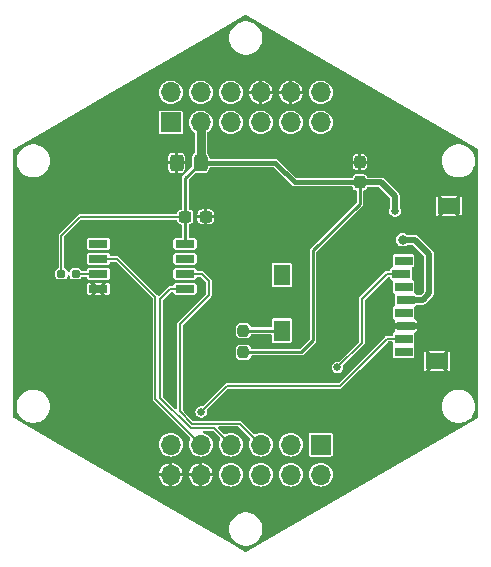
<source format=gbr>
%TF.GenerationSoftware,KiCad,Pcbnew,7.0.5*%
%TF.CreationDate,2023-06-02T12:32:42-04:00*%
%TF.ProjectId,DATA_STORAGE,44415441-5f53-4544-9f52-4147452e6b69,rev?*%
%TF.SameCoordinates,Original*%
%TF.FileFunction,Copper,L1,Top*%
%TF.FilePolarity,Positive*%
%FSLAX46Y46*%
G04 Gerber Fmt 4.6, Leading zero omitted, Abs format (unit mm)*
G04 Created by KiCad (PCBNEW 7.0.5) date 2023-06-02 12:32:42*
%MOMM*%
%LPD*%
G01*
G04 APERTURE LIST*
G04 Aperture macros list*
%AMRoundRect*
0 Rectangle with rounded corners*
0 $1 Rounding radius*
0 $2 $3 $4 $5 $6 $7 $8 $9 X,Y pos of 4 corners*
0 Add a 4 corners polygon primitive as box body*
4,1,4,$2,$3,$4,$5,$6,$7,$8,$9,$2,$3,0*
0 Add four circle primitives for the rounded corners*
1,1,$1+$1,$2,$3*
1,1,$1+$1,$4,$5*
1,1,$1+$1,$6,$7*
1,1,$1+$1,$8,$9*
0 Add four rect primitives between the rounded corners*
20,1,$1+$1,$2,$3,$4,$5,0*
20,1,$1+$1,$4,$5,$6,$7,0*
20,1,$1+$1,$6,$7,$8,$9,0*
20,1,$1+$1,$8,$9,$2,$3,0*%
G04 Aperture macros list end*
%TA.AperFunction,SMDPad,CuDef*%
%ADD10RoundRect,0.250000X0.325000X0.450000X-0.325000X0.450000X-0.325000X-0.450000X0.325000X-0.450000X0*%
%TD*%
%TA.AperFunction,SMDPad,CuDef*%
%ADD11RoundRect,0.237500X0.237500X-0.300000X0.237500X0.300000X-0.237500X0.300000X-0.237500X-0.300000X0*%
%TD*%
%TA.AperFunction,SMDPad,CuDef*%
%ADD12RoundRect,0.160000X0.197500X0.160000X-0.197500X0.160000X-0.197500X-0.160000X0.197500X-0.160000X0*%
%TD*%
%TA.AperFunction,ComponentPad*%
%ADD13R,1.700000X1.700000*%
%TD*%
%TA.AperFunction,ComponentPad*%
%ADD14O,1.700000X1.700000*%
%TD*%
%TA.AperFunction,SMDPad,CuDef*%
%ADD15R,1.500000X0.800000*%
%TD*%
%TA.AperFunction,SMDPad,CuDef*%
%ADD16R,1.400000X1.800000*%
%TD*%
%TA.AperFunction,SMDPad,CuDef*%
%ADD17R,1.900000X1.400000*%
%TD*%
%TA.AperFunction,SMDPad,CuDef*%
%ADD18RoundRect,0.237500X-0.237500X0.250000X-0.237500X-0.250000X0.237500X-0.250000X0.237500X0.250000X0*%
%TD*%
%TA.AperFunction,SMDPad,CuDef*%
%ADD19RoundRect,0.237500X0.300000X0.237500X-0.300000X0.237500X-0.300000X-0.237500X0.300000X-0.237500X0*%
%TD*%
%TA.AperFunction,SMDPad,CuDef*%
%ADD20R,1.650000X0.650000*%
%TD*%
%TA.AperFunction,ViaPad*%
%ADD21C,0.660400*%
%TD*%
%TA.AperFunction,ViaPad*%
%ADD22C,0.812800*%
%TD*%
%TA.AperFunction,Conductor*%
%ADD23C,0.508000*%
%TD*%
%TA.AperFunction,Conductor*%
%ADD24C,0.762000*%
%TD*%
%TA.AperFunction,Conductor*%
%ADD25C,0.254000*%
%TD*%
%TA.AperFunction,Conductor*%
%ADD26C,0.381000*%
%TD*%
%TA.AperFunction,Conductor*%
%ADD27C,0.152400*%
%TD*%
G04 APERTURE END LIST*
D10*
%TO.P,C1,1*%
%TO.N,VCC*%
X146342500Y-89868621D03*
%TO.P,C1,2*%
%TO.N,GND*%
X144292500Y-89868621D03*
%TD*%
D11*
%TO.P,C2,1*%
%TO.N,VCC*%
X159820000Y-91541121D03*
%TO.P,C2,2*%
%TO.N,GND*%
X159820000Y-89816121D03*
%TD*%
D12*
%TO.P,R2,1*%
%TO.N,/~{WP}*%
X135747500Y-99278621D03*
%TO.P,R2,2*%
%TO.N,VCC*%
X134552500Y-99278621D03*
%TD*%
D13*
%TO.P,J1,1,Pin_1*%
%TO.N,/VBAT*%
X143810000Y-86465599D03*
D14*
%TO.P,J1,2,Pin_2*%
%TO.N,/~{EN}*%
X143810000Y-83925599D03*
%TO.P,J1,3,Pin_3*%
%TO.N,VCC*%
X146350000Y-86465599D03*
%TO.P,J1,4,Pin_4*%
%TO.N,/VBAT_OK*%
X146350000Y-83925599D03*
%TO.P,J1,5,Pin_5*%
%TO.N,/~{I2C_RESET}*%
X148890000Y-86465599D03*
%TO.P,J1,6,Pin_6*%
%TO.N,+5V*%
X148890000Y-83925599D03*
%TO.P,J1,7,Pin_7*%
%TO.N,/RXD*%
X151430000Y-86465599D03*
%TO.P,J1,8,Pin_8*%
%TO.N,GND*%
X151430000Y-83925599D03*
%TO.P,J1,9,Pin_9*%
%TO.N,/TXD*%
X153970000Y-86465599D03*
%TO.P,J1,10,Pin_10*%
%TO.N,GND*%
X153970000Y-83925599D03*
%TO.P,J1,11,Pin_11*%
%TO.N,/SDA*%
X156510000Y-86465599D03*
%TO.P,J1,12,Pin_12*%
%TO.N,/SCL*%
X156510000Y-83925599D03*
%TD*%
D15*
%TO.P,J3,1,DAT2*%
%TO.N,unconnected-(J3-DAT2-Pad1)*%
X163510000Y-98179610D03*
%TO.P,J3,2,CD/DAT3*%
%TO.N,/A1*%
X163310000Y-99279610D03*
%TO.P,J3,3,CMD*%
%TO.N,/MOSI*%
X163510000Y-100379610D03*
%TO.P,J3,4,VDD*%
%TO.N,Net-(J3-VDD)*%
X163710000Y-101479610D03*
%TO.P,J3,5,CLK*%
%TO.N,/SCK*%
X163510000Y-102579610D03*
%TO.P,J3,6,VSS*%
%TO.N,GND*%
X163710000Y-103679610D03*
%TO.P,J3,7,DAT0*%
%TO.N,/MISO*%
X163510000Y-104779610D03*
%TO.P,J3,8,DAT1*%
%TO.N,unconnected-(J3-DAT1-Pad8)*%
X163510000Y-105879610D03*
D16*
%TO.P,J3,9,CARD_DETECT_1*%
%TO.N,/CARD_DETECT*%
X153210000Y-104079610D03*
%TO.P,J3,10,CARD_DETECT_2*%
%TO.N,unconnected-(J3-CARD_DETECT_2-Pad10)*%
X153210000Y-99379610D03*
D17*
%TO.P,J3,11,GND_1*%
%TO.N,GND*%
X167360000Y-93529610D03*
%TO.P,J3,12,GND_2*%
X166360000Y-106679610D03*
%TD*%
D18*
%TO.P,R1,1*%
%TO.N,/CARD_DETECT*%
X149960000Y-104086121D03*
%TO.P,R1,2*%
%TO.N,VCC*%
X149960000Y-105911121D03*
%TD*%
D13*
%TO.P,J2,1,Pin_1*%
%TO.N,/D11*%
X156510000Y-113743621D03*
D14*
%TO.P,J2,2,Pin_2*%
%TO.N,/D13*%
X156510000Y-116283621D03*
%TO.P,J2,3,Pin_3*%
%TO.N,/A1*%
X153970000Y-113743621D03*
%TO.P,J2,4,Pin_4*%
%TO.N,/D6*%
X153970000Y-116283621D03*
%TO.P,J2,5,Pin_5*%
%TO.N,/SCK*%
X151430000Y-113743621D03*
%TO.P,J2,6,Pin_6*%
%TO.N,/A5*%
X151430000Y-116283621D03*
%TO.P,J2,7,Pin_7*%
%TO.N,/MOSI*%
X148890000Y-113743621D03*
%TO.P,J2,8,Pin_8*%
%TO.N,/~{CS}*%
X148890000Y-116283621D03*
%TO.P,J2,9,Pin_9*%
%TO.N,/MISO*%
X146350000Y-113743621D03*
%TO.P,J2,10,Pin_10*%
%TO.N,GND*%
X146350000Y-116283621D03*
%TO.P,J2,11,Pin_11*%
%TO.N,/LED2*%
X143810000Y-113743621D03*
%TO.P,J2,12,Pin_12*%
%TO.N,GND*%
X143810000Y-116283621D03*
%TD*%
D19*
%TO.P,C3,1*%
%TO.N,GND*%
X146755000Y-94458621D03*
%TO.P,C3,2*%
%TO.N,VCC*%
X145030000Y-94458621D03*
%TD*%
D20*
%TO.P,IC1,1,~{CS}*%
%TO.N,/~{FRAM_CS}*%
X137660000Y-96748621D03*
%TO.P,IC1,2,SO*%
%TO.N,/MISO*%
X137660000Y-98018621D03*
%TO.P,IC1,3,~{WP}*%
%TO.N,/~{WP}*%
X137660000Y-99288621D03*
%TO.P,IC1,4,VSS*%
%TO.N,GND*%
X137660000Y-100558621D03*
%TO.P,IC1,5,SI*%
%TO.N,/MOSI*%
X145010000Y-100558621D03*
%TO.P,IC1,6,SCK*%
%TO.N,/SCK*%
X145010000Y-99288621D03*
%TO.P,IC1,7,DNU*%
%TO.N,unconnected-(IC1-DNU-Pad7)*%
X145010000Y-98018621D03*
%TO.P,IC1,8,VDD*%
%TO.N,VCC*%
X145010000Y-96748621D03*
%TD*%
D21*
%TO.N,GND*%
X137660000Y-93198621D03*
X157660000Y-110698621D03*
X165160000Y-93198621D03*
X165160000Y-110698621D03*
X160160000Y-113198621D03*
X135160000Y-110698621D03*
X135160000Y-105698621D03*
X140160000Y-88198621D03*
X150160000Y-95698621D03*
X140160000Y-110698621D03*
X162660000Y-90698621D03*
X147660000Y-98198621D03*
X137660000Y-113198621D03*
X162660000Y-108198621D03*
X155160000Y-93198621D03*
X132660000Y-98198621D03*
X147660000Y-95698621D03*
X165160000Y-113198621D03*
X132660000Y-100698621D03*
X140160000Y-108198621D03*
X162660000Y-113198621D03*
X147660000Y-103198621D03*
X162660000Y-88198621D03*
X165160000Y-90698621D03*
X135160000Y-103198621D03*
X132660000Y-105698621D03*
X165160000Y-108198621D03*
X160160000Y-110698621D03*
X167660000Y-103198621D03*
X132660000Y-103198621D03*
X142660000Y-93198621D03*
X150160000Y-100698621D03*
X152660000Y-95698621D03*
X152660000Y-93198621D03*
X140160000Y-113198621D03*
X132660000Y-95698621D03*
X160160000Y-85698621D03*
X150160000Y-98198621D03*
X142660000Y-90698621D03*
X150160000Y-90698621D03*
X135160000Y-93198621D03*
X165160000Y-88198621D03*
X140160000Y-90698621D03*
X135160000Y-108198621D03*
X157660000Y-100698621D03*
X167660000Y-100698621D03*
X135160000Y-90698621D03*
X160160000Y-115698621D03*
X137660000Y-88198621D03*
X140160000Y-103198621D03*
X162660000Y-85698621D03*
X150160000Y-93198621D03*
X142660000Y-95698621D03*
X140160000Y-85698621D03*
X142660000Y-88198621D03*
X132660000Y-93198621D03*
X137660000Y-108198621D03*
X137660000Y-103198621D03*
X167660000Y-95698621D03*
X147660000Y-93198621D03*
X140160000Y-100698621D03*
X137660000Y-90698621D03*
X147660000Y-90698621D03*
X140160000Y-95698621D03*
X137660000Y-110698621D03*
X142660000Y-98198621D03*
X167660000Y-98198621D03*
X162660000Y-110698621D03*
X160160000Y-88198621D03*
%TO.N,VCC*%
X162790000Y-93968621D03*
%TO.N,/A1*%
X157920000Y-107208621D03*
%TO.N,/MOSI*%
X163510000Y-100379610D03*
%TO.N,/MISO*%
X146370000Y-110968621D03*
%TO.N,/SCK*%
X163510000Y-102579610D03*
D22*
%TO.N,Net-(J3-VDD)*%
X163440000Y-96398621D03*
%TD*%
D23*
%TO.N,GND*%
X163710000Y-103679610D02*
X162110989Y-103679610D01*
X163710000Y-103679610D02*
X165240989Y-103679610D01*
D24*
%TO.N,VCC*%
X146350000Y-89855817D02*
X146350000Y-86465599D01*
D25*
X145030000Y-94458621D02*
X145030000Y-91181121D01*
D23*
X162790000Y-92708621D02*
X161622500Y-91541121D01*
X159820000Y-91541121D02*
X161622500Y-91541121D01*
D24*
X146346250Y-89864871D02*
X146342500Y-89868621D01*
D25*
X149960000Y-105911121D02*
X154847500Y-105911121D01*
X155860000Y-104898621D02*
X155860000Y-97298621D01*
X145030000Y-96728621D02*
X145010000Y-96748621D01*
D26*
X152630000Y-89868621D02*
X154302500Y-91541121D01*
D25*
X159820000Y-93338621D02*
X159820000Y-91541121D01*
X155860000Y-97298621D02*
X159820000Y-93338621D01*
D26*
X154302500Y-91541121D02*
X159820000Y-91541121D01*
D27*
X134552500Y-99278621D02*
X134552500Y-96046121D01*
D26*
X146342500Y-89868621D02*
X152630000Y-89868621D01*
D27*
X134552500Y-96046121D02*
X136140000Y-94458621D01*
X136140000Y-94458621D02*
X145030000Y-94458621D01*
D25*
X145030000Y-94458621D02*
X145030000Y-96728621D01*
D23*
X162790000Y-93968621D02*
X162790000Y-92708621D01*
D25*
X145030000Y-91181121D02*
X146342500Y-89868621D01*
X154847500Y-105911121D02*
X155860000Y-104898621D01*
D24*
X146346240Y-89864861D02*
G75*
G03*
X146350000Y-89855817I-9040J9061D01*
G01*
D27*
%TO.N,/A1*%
X159980000Y-101388621D02*
X159980000Y-105148621D01*
X163310000Y-99279610D02*
X162089011Y-99279610D01*
X162089011Y-99279610D02*
X159980000Y-101388621D01*
X159980000Y-105148621D02*
X157920000Y-107208621D01*
%TO.N,/MOSI*%
X145490000Y-112358621D02*
X147505000Y-112358621D01*
X142920000Y-101418621D02*
X142920000Y-109788621D01*
X143780000Y-100558621D02*
X142920000Y-101418621D01*
X147505000Y-112358621D02*
X148890000Y-113743621D01*
X142920000Y-109788621D02*
X145490000Y-112358621D01*
X145010000Y-100558621D02*
X143780000Y-100558621D01*
%TO.N,/MISO*%
X148560000Y-108778621D02*
X146370000Y-110968621D01*
X137660000Y-98018621D02*
X139280000Y-98018621D01*
X162099011Y-104779610D02*
X158100000Y-108778621D01*
X163510000Y-104779610D02*
X162099011Y-104779610D01*
X142500000Y-109893621D02*
X146350000Y-113743621D01*
X158100000Y-108778621D02*
X148560000Y-108778621D01*
X139280000Y-98018621D02*
X142500000Y-101238621D01*
X142500000Y-101238621D02*
X142500000Y-109893621D01*
%TO.N,/SCK*%
X147030000Y-101078621D02*
X147030000Y-99878621D01*
X147030000Y-99878621D02*
X146440000Y-99288621D01*
X149655000Y-111968621D02*
X145640000Y-111968621D01*
X144570000Y-103538621D02*
X147030000Y-101078621D01*
X144570000Y-110898621D02*
X144570000Y-103538621D01*
X146440000Y-99288621D02*
X145010000Y-99288621D01*
X145640000Y-111968621D02*
X144570000Y-110898621D01*
X151430000Y-113743621D02*
X149655000Y-111968621D01*
%TO.N,/~{WP}*%
X135757500Y-99288621D02*
X137660000Y-99288621D01*
X135747500Y-99278621D02*
X135757500Y-99288621D01*
D23*
%TO.N,Net-(J3-VDD)*%
X165670000Y-97588621D02*
X164480000Y-96398621D01*
X165670000Y-98218621D02*
X165670000Y-97588621D01*
X164480000Y-96398621D02*
X163440000Y-96398621D01*
X163710000Y-101479610D02*
X165119011Y-101479610D01*
X165670000Y-100928621D02*
X165670000Y-98218621D01*
X165119011Y-101479610D02*
X165670000Y-100928621D01*
D25*
%TO.N,/CARD_DETECT*%
X149966511Y-104079610D02*
X149960000Y-104086121D01*
X153210000Y-104079610D02*
X149966511Y-104079610D01*
%TD*%
%TA.AperFunction,Conductor*%
%TO.N,GND*%
G36*
X150203946Y-77388502D02*
G01*
X169810750Y-88708494D01*
X169849399Y-88754554D01*
X169854700Y-88784618D01*
X169854700Y-111424599D01*
X169834135Y-111481100D01*
X169810750Y-111500723D01*
X150203949Y-122820715D01*
X150144735Y-122831156D01*
X150116049Y-122820715D01*
X149138254Y-122256185D01*
X146770601Y-120889220D01*
X148749884Y-120889220D01*
X148769115Y-121121316D01*
X148769116Y-121121322D01*
X148826286Y-121347080D01*
X148826289Y-121347088D01*
X148897987Y-121510541D01*
X148919840Y-121560361D01*
X148919844Y-121560367D01*
X149047215Y-121755325D01*
X149047216Y-121755327D01*
X149047220Y-121755331D01*
X149204954Y-121926676D01*
X149388740Y-122069722D01*
X149593563Y-122180567D01*
X149813837Y-122256187D01*
X149813839Y-122256187D01*
X149813841Y-122256188D01*
X150043550Y-122294520D01*
X150043554Y-122294520D01*
X150276450Y-122294520D01*
X150506158Y-122256188D01*
X150506158Y-122256187D01*
X150506163Y-122256187D01*
X150726437Y-122180567D01*
X150931260Y-122069722D01*
X151115046Y-121926676D01*
X151272780Y-121755331D01*
X151400160Y-121560361D01*
X151493712Y-121347084D01*
X151550884Y-121121317D01*
X151570116Y-120889220D01*
X151550884Y-120657123D01*
X151550883Y-120657117D01*
X151493713Y-120431359D01*
X151493710Y-120431351D01*
X151400164Y-120218089D01*
X151400160Y-120218079D01*
X151319435Y-120094520D01*
X151272784Y-120023114D01*
X151272783Y-120023112D01*
X151115050Y-119851768D01*
X151115048Y-119851767D01*
X151115046Y-119851764D01*
X150931260Y-119708718D01*
X150726437Y-119597873D01*
X150726433Y-119597871D01*
X150726430Y-119597870D01*
X150506167Y-119522254D01*
X150506158Y-119522251D01*
X150276450Y-119483920D01*
X150276446Y-119483920D01*
X150043554Y-119483920D01*
X150043550Y-119483920D01*
X149813841Y-119522251D01*
X149813832Y-119522254D01*
X149593569Y-119597870D01*
X149388740Y-119708718D01*
X149204949Y-119851768D01*
X149047216Y-120023112D01*
X149047215Y-120023114D01*
X148919844Y-120218072D01*
X148919835Y-120218089D01*
X148826289Y-120431351D01*
X148826286Y-120431359D01*
X148769116Y-120657117D01*
X148769115Y-120657123D01*
X148749884Y-120889220D01*
X146770601Y-120889220D01*
X139013440Y-116410621D01*
X142815259Y-116410621D01*
X142822105Y-116480132D01*
X142879419Y-116669073D01*
X142972504Y-116843222D01*
X143097759Y-116995845D01*
X143097775Y-116995861D01*
X143250398Y-117121116D01*
X143250397Y-117121116D01*
X143424547Y-117214201D01*
X143613491Y-117271516D01*
X143613498Y-117271517D01*
X143682999Y-117278362D01*
X143683000Y-117278362D01*
X143683000Y-116770502D01*
X143774237Y-116783621D01*
X143845763Y-116783621D01*
X143937000Y-116770502D01*
X143937000Y-117278362D01*
X144006501Y-117271517D01*
X144006508Y-117271516D01*
X144195452Y-117214201D01*
X144369601Y-117121116D01*
X144522224Y-116995861D01*
X144522240Y-116995845D01*
X144647495Y-116843222D01*
X144740580Y-116669073D01*
X144797894Y-116480132D01*
X144804741Y-116410621D01*
X145355259Y-116410621D01*
X145362105Y-116480132D01*
X145419419Y-116669073D01*
X145512504Y-116843222D01*
X145637759Y-116995845D01*
X145637775Y-116995861D01*
X145790398Y-117121116D01*
X145790397Y-117121116D01*
X145964547Y-117214201D01*
X146153491Y-117271516D01*
X146153498Y-117271517D01*
X146222999Y-117278362D01*
X146223000Y-117278362D01*
X146223000Y-116770502D01*
X146314237Y-116783621D01*
X146385763Y-116783621D01*
X146477000Y-116770502D01*
X146477000Y-117278362D01*
X146546501Y-117271517D01*
X146546508Y-117271516D01*
X146735452Y-117214201D01*
X146909601Y-117121116D01*
X147062224Y-116995861D01*
X147062240Y-116995845D01*
X147187495Y-116843222D01*
X147280580Y-116669073D01*
X147337894Y-116480132D01*
X147344741Y-116410621D01*
X146833818Y-116410621D01*
X146850000Y-116355510D01*
X146850000Y-116283621D01*
X147882247Y-116283621D01*
X147901612Y-116480230D01*
X147958898Y-116669073D01*
X147958958Y-116669271D01*
X148052084Y-116843499D01*
X148177411Y-116996210D01*
X148330122Y-117121537D01*
X148504350Y-117214663D01*
X148638715Y-117255422D01*
X148691771Y-117271517D01*
X148693397Y-117272010D01*
X148890000Y-117291374D01*
X149086603Y-117272010D01*
X149275650Y-117214663D01*
X149449878Y-117121537D01*
X149602589Y-116996210D01*
X149727916Y-116843499D01*
X149821042Y-116669271D01*
X149878389Y-116480224D01*
X149897753Y-116283621D01*
X150422247Y-116283621D01*
X150441612Y-116480230D01*
X150498898Y-116669073D01*
X150498958Y-116669271D01*
X150592084Y-116843499D01*
X150717411Y-116996210D01*
X150870122Y-117121537D01*
X151044350Y-117214663D01*
X151178715Y-117255422D01*
X151231771Y-117271517D01*
X151233397Y-117272010D01*
X151430000Y-117291374D01*
X151626603Y-117272010D01*
X151815650Y-117214663D01*
X151989878Y-117121537D01*
X152142589Y-116996210D01*
X152267916Y-116843499D01*
X152361042Y-116669271D01*
X152418389Y-116480224D01*
X152437753Y-116283621D01*
X152962247Y-116283621D01*
X152981612Y-116480230D01*
X153038898Y-116669073D01*
X153038958Y-116669271D01*
X153132084Y-116843499D01*
X153257411Y-116996210D01*
X153410122Y-117121537D01*
X153584350Y-117214663D01*
X153718715Y-117255422D01*
X153771771Y-117271517D01*
X153773397Y-117272010D01*
X153970000Y-117291374D01*
X154166603Y-117272010D01*
X154355650Y-117214663D01*
X154529878Y-117121537D01*
X154682589Y-116996210D01*
X154807916Y-116843499D01*
X154901042Y-116669271D01*
X154958389Y-116480224D01*
X154977753Y-116283621D01*
X155502247Y-116283621D01*
X155521612Y-116480230D01*
X155578898Y-116669073D01*
X155578958Y-116669271D01*
X155672084Y-116843499D01*
X155797411Y-116996210D01*
X155950122Y-117121537D01*
X156124350Y-117214663D01*
X156258715Y-117255422D01*
X156311771Y-117271517D01*
X156313397Y-117272010D01*
X156510000Y-117291374D01*
X156706603Y-117272010D01*
X156895650Y-117214663D01*
X157069878Y-117121537D01*
X157222589Y-116996210D01*
X157347916Y-116843499D01*
X157441042Y-116669271D01*
X157498389Y-116480224D01*
X157517753Y-116283621D01*
X157498389Y-116087018D01*
X157441042Y-115897971D01*
X157347916Y-115723743D01*
X157222589Y-115571032D01*
X157069878Y-115445705D01*
X156895650Y-115352579D01*
X156895649Y-115352578D01*
X156895648Y-115352578D01*
X156706609Y-115295233D01*
X156706604Y-115295232D01*
X156706603Y-115295232D01*
X156510000Y-115275868D01*
X156509999Y-115275868D01*
X156462657Y-115280530D01*
X156313397Y-115295232D01*
X156313395Y-115295232D01*
X156313390Y-115295233D01*
X156124351Y-115352578D01*
X155950121Y-115445705D01*
X155797413Y-115571030D01*
X155797409Y-115571034D01*
X155672084Y-115723742D01*
X155578957Y-115897972D01*
X155521612Y-116087011D01*
X155502247Y-116283621D01*
X154977753Y-116283621D01*
X154958389Y-116087018D01*
X154901042Y-115897971D01*
X154807916Y-115723743D01*
X154682589Y-115571032D01*
X154529878Y-115445705D01*
X154355650Y-115352579D01*
X154355649Y-115352578D01*
X154355648Y-115352578D01*
X154166609Y-115295233D01*
X154166604Y-115295232D01*
X154166603Y-115295232D01*
X153970000Y-115275868D01*
X153773397Y-115295232D01*
X153773395Y-115295232D01*
X153773390Y-115295233D01*
X153584351Y-115352578D01*
X153410121Y-115445705D01*
X153257413Y-115571030D01*
X153257409Y-115571034D01*
X153132084Y-115723742D01*
X153038957Y-115897972D01*
X152981612Y-116087011D01*
X152962247Y-116283621D01*
X152437753Y-116283621D01*
X152418389Y-116087018D01*
X152361042Y-115897971D01*
X152267916Y-115723743D01*
X152142589Y-115571032D01*
X151989878Y-115445705D01*
X151815650Y-115352579D01*
X151815649Y-115352578D01*
X151815648Y-115352578D01*
X151626609Y-115295233D01*
X151626604Y-115295232D01*
X151626603Y-115295232D01*
X151430000Y-115275868D01*
X151429999Y-115275868D01*
X151382657Y-115280530D01*
X151233397Y-115295232D01*
X151233395Y-115295232D01*
X151233390Y-115295233D01*
X151044351Y-115352578D01*
X150870121Y-115445705D01*
X150717413Y-115571030D01*
X150717409Y-115571034D01*
X150592084Y-115723742D01*
X150498957Y-115897972D01*
X150441612Y-116087011D01*
X150422247Y-116283621D01*
X149897753Y-116283621D01*
X149878389Y-116087018D01*
X149821042Y-115897971D01*
X149727916Y-115723743D01*
X149602589Y-115571032D01*
X149449878Y-115445705D01*
X149275650Y-115352579D01*
X149275649Y-115352578D01*
X149275648Y-115352578D01*
X149086609Y-115295233D01*
X149086604Y-115295232D01*
X149086603Y-115295232D01*
X148890000Y-115275868D01*
X148889999Y-115275868D01*
X148842657Y-115280530D01*
X148693397Y-115295232D01*
X148693395Y-115295232D01*
X148693390Y-115295233D01*
X148504351Y-115352578D01*
X148330121Y-115445705D01*
X148177413Y-115571030D01*
X148177409Y-115571034D01*
X148052084Y-115723742D01*
X147958957Y-115897972D01*
X147901612Y-116087011D01*
X147882247Y-116283621D01*
X146850000Y-116283621D01*
X146850000Y-116211732D01*
X146833818Y-116156621D01*
X147344741Y-116156621D01*
X147337894Y-116087109D01*
X147280580Y-115898168D01*
X147187495Y-115724019D01*
X147062240Y-115571396D01*
X147062224Y-115571380D01*
X146909601Y-115446125D01*
X146909602Y-115446125D01*
X146735452Y-115353040D01*
X146546511Y-115295726D01*
X146546512Y-115295726D01*
X146477000Y-115288879D01*
X146477000Y-115796739D01*
X146385763Y-115783621D01*
X146314237Y-115783621D01*
X146223000Y-115796739D01*
X146223000Y-115288879D01*
X146153488Y-115295726D01*
X145964547Y-115353040D01*
X145790398Y-115446125D01*
X145637775Y-115571380D01*
X145637759Y-115571396D01*
X145512504Y-115724019D01*
X145419419Y-115898168D01*
X145362105Y-116087109D01*
X145355259Y-116156621D01*
X145866182Y-116156621D01*
X145850000Y-116211732D01*
X145850000Y-116355510D01*
X145866182Y-116410621D01*
X145355259Y-116410621D01*
X144804741Y-116410621D01*
X144293818Y-116410621D01*
X144310000Y-116355510D01*
X144310000Y-116211732D01*
X144293818Y-116156621D01*
X144804741Y-116156621D01*
X144797894Y-116087109D01*
X144740580Y-115898168D01*
X144647495Y-115724019D01*
X144522240Y-115571396D01*
X144522224Y-115571380D01*
X144369601Y-115446125D01*
X144369602Y-115446125D01*
X144195452Y-115353040D01*
X144006511Y-115295726D01*
X144006512Y-115295726D01*
X143937000Y-115288879D01*
X143937000Y-115796739D01*
X143845763Y-115783621D01*
X143774237Y-115783621D01*
X143683000Y-115796739D01*
X143683000Y-115288879D01*
X143613488Y-115295726D01*
X143424547Y-115353040D01*
X143250398Y-115446125D01*
X143097775Y-115571380D01*
X143097759Y-115571396D01*
X142972504Y-115724019D01*
X142879419Y-115898168D01*
X142822105Y-116087109D01*
X142815259Y-116156621D01*
X143326182Y-116156621D01*
X143310000Y-116211732D01*
X143310000Y-116355510D01*
X143326182Y-116410621D01*
X142815259Y-116410621D01*
X139013440Y-116410621D01*
X134394061Y-113743621D01*
X142802247Y-113743621D01*
X142821612Y-113940230D01*
X142878957Y-114129269D01*
X142878958Y-114129271D01*
X142972084Y-114303499D01*
X143097411Y-114456210D01*
X143250122Y-114581537D01*
X143424350Y-114674663D01*
X143613397Y-114732010D01*
X143810000Y-114751374D01*
X144006603Y-114732010D01*
X144195650Y-114674663D01*
X144369878Y-114581537D01*
X144522589Y-114456210D01*
X144647916Y-114303499D01*
X144741042Y-114129271D01*
X144798389Y-113940224D01*
X144817753Y-113743621D01*
X144798389Y-113547018D01*
X144741042Y-113357971D01*
X144647916Y-113183743D01*
X144522589Y-113031032D01*
X144369878Y-112905705D01*
X144195650Y-112812579D01*
X144195649Y-112812578D01*
X144195648Y-112812578D01*
X144006609Y-112755233D01*
X144006604Y-112755232D01*
X144006603Y-112755232D01*
X143810000Y-112735868D01*
X143613397Y-112755232D01*
X143613395Y-112755232D01*
X143613390Y-112755233D01*
X143424351Y-112812578D01*
X143250121Y-112905705D01*
X143097413Y-113031030D01*
X143097409Y-113031034D01*
X142972084Y-113183742D01*
X142878957Y-113357972D01*
X142821612Y-113547011D01*
X142802247Y-113743621D01*
X134394061Y-113743621D01*
X130509248Y-111500723D01*
X130470600Y-111454664D01*
X130465300Y-111424605D01*
X130465300Y-110496915D01*
X130749884Y-110496915D01*
X130769115Y-110729011D01*
X130769116Y-110729017D01*
X130826286Y-110954775D01*
X130826289Y-110954783D01*
X130892675Y-111106126D01*
X130919840Y-111168056D01*
X130919844Y-111168062D01*
X131047215Y-111363020D01*
X131047216Y-111363022D01*
X131173979Y-111500724D01*
X131204954Y-111534371D01*
X131388740Y-111677417D01*
X131593563Y-111788262D01*
X131813837Y-111863882D01*
X131813839Y-111863882D01*
X131813841Y-111863883D01*
X132043550Y-111902215D01*
X132043554Y-111902215D01*
X132276450Y-111902215D01*
X132506158Y-111863883D01*
X132506158Y-111863882D01*
X132506163Y-111863882D01*
X132726437Y-111788262D01*
X132931260Y-111677417D01*
X133115046Y-111534371D01*
X133272780Y-111363026D01*
X133400160Y-111168056D01*
X133493712Y-110954779D01*
X133530408Y-110809871D01*
X133550883Y-110729017D01*
X133550884Y-110729011D01*
X133555499Y-110673314D01*
X133570116Y-110496915D01*
X133550884Y-110264818D01*
X133550883Y-110264812D01*
X133493713Y-110039054D01*
X133493710Y-110039046D01*
X133400164Y-109825784D01*
X133400160Y-109825774D01*
X133313888Y-109693724D01*
X133272784Y-109630809D01*
X133272783Y-109630807D01*
X133115050Y-109459463D01*
X133115048Y-109459462D01*
X133115046Y-109459459D01*
X132931260Y-109316413D01*
X132726437Y-109205568D01*
X132726433Y-109205566D01*
X132726430Y-109205565D01*
X132506167Y-109129949D01*
X132506158Y-109129946D01*
X132276450Y-109091615D01*
X132276446Y-109091615D01*
X132043554Y-109091615D01*
X132043550Y-109091615D01*
X131813841Y-109129946D01*
X131813832Y-109129949D01*
X131593569Y-109205565D01*
X131388740Y-109316413D01*
X131204949Y-109459463D01*
X131047216Y-109630807D01*
X131047215Y-109630809D01*
X130919844Y-109825767D01*
X130919835Y-109825784D01*
X130826289Y-110039046D01*
X130826286Y-110039054D01*
X130769116Y-110264812D01*
X130769115Y-110264818D01*
X130749884Y-110496915D01*
X130465300Y-110496915D01*
X130465300Y-100898631D01*
X136682600Y-100898631D01*
X136691442Y-100943086D01*
X136725123Y-100993491D01*
X136725129Y-100993497D01*
X136775534Y-101027178D01*
X136819990Y-101036021D01*
X137002994Y-101036021D01*
X137362206Y-101036021D01*
X137957794Y-101036021D01*
X137660000Y-100738227D01*
X137362206Y-101036021D01*
X137002994Y-101036021D01*
X137480393Y-100558621D01*
X137839606Y-100558621D01*
X138317006Y-101036021D01*
X138500010Y-101036021D01*
X138544465Y-101027178D01*
X138594870Y-100993497D01*
X138594876Y-100993491D01*
X138628557Y-100943086D01*
X138637400Y-100898631D01*
X138637400Y-100218610D01*
X138628557Y-100174155D01*
X138594876Y-100123750D01*
X138594870Y-100123744D01*
X138544465Y-100090063D01*
X138500010Y-100081221D01*
X138317006Y-100081221D01*
X137839606Y-100558621D01*
X137480393Y-100558621D01*
X137480394Y-100558620D01*
X137002994Y-100081221D01*
X137362206Y-100081221D01*
X137660000Y-100379015D01*
X137957794Y-100081221D01*
X137362206Y-100081221D01*
X137002994Y-100081221D01*
X136819990Y-100081221D01*
X136775534Y-100090063D01*
X136725129Y-100123744D01*
X136725123Y-100123750D01*
X136691442Y-100174155D01*
X136682600Y-100218610D01*
X136682600Y-100898631D01*
X130465300Y-100898631D01*
X130465300Y-99475288D01*
X134042100Y-99475288D01*
X134048099Y-99520855D01*
X134048100Y-99520858D01*
X134061279Y-99549120D01*
X134094733Y-99620862D01*
X134172759Y-99698888D01*
X134272766Y-99745522D01*
X134307730Y-99750124D01*
X134318332Y-99751521D01*
X134318334Y-99751521D01*
X134786668Y-99751521D01*
X134796164Y-99750270D01*
X134832234Y-99745522D01*
X134932241Y-99698888D01*
X135010267Y-99620862D01*
X135056901Y-99520855D01*
X135062851Y-99475653D01*
X135090616Y-99422320D01*
X135146167Y-99399311D01*
X135203511Y-99417392D01*
X135235817Y-99468103D01*
X135237148Y-99475653D01*
X135243099Y-99520855D01*
X135243100Y-99520858D01*
X135256279Y-99549120D01*
X135289733Y-99620862D01*
X135367759Y-99698888D01*
X135467766Y-99745522D01*
X135502730Y-99750124D01*
X135513332Y-99751521D01*
X135513334Y-99751521D01*
X135981668Y-99751521D01*
X135991164Y-99750270D01*
X136027234Y-99745522D01*
X136127241Y-99698888D01*
X136205267Y-99620862D01*
X136229696Y-99568472D01*
X136272213Y-99525956D01*
X136309361Y-99517721D01*
X136594201Y-99517721D01*
X136650702Y-99538286D01*
X136680766Y-99590357D01*
X136682101Y-99605620D01*
X136682101Y-99628677D01*
X136690972Y-99673279D01*
X136724766Y-99723855D01*
X136733021Y-99729371D01*
X136775341Y-99757649D01*
X136782741Y-99759120D01*
X136819943Y-99766521D01*
X138500056Y-99766520D01*
X138500058Y-99766520D01*
X138512750Y-99763995D01*
X138544658Y-99757649D01*
X138595234Y-99723855D01*
X138629028Y-99673279D01*
X138637900Y-99628678D01*
X138637899Y-98948565D01*
X138637899Y-98948564D01*
X138637899Y-98948562D01*
X138634111Y-98929523D01*
X138629028Y-98903963D01*
X138595234Y-98853387D01*
X138595002Y-98853232D01*
X138544658Y-98819592D01*
X138507456Y-98812192D01*
X138500057Y-98810721D01*
X138500056Y-98810721D01*
X136819941Y-98810721D01*
X136775341Y-98819593D01*
X136724767Y-98853386D01*
X136724764Y-98853389D01*
X136690971Y-98903962D01*
X136682100Y-98948564D01*
X136682100Y-98971621D01*
X136661535Y-99028122D01*
X136609464Y-99058186D01*
X136594200Y-99059521D01*
X136318687Y-99059521D01*
X136262186Y-99038956D01*
X136239023Y-99008769D01*
X136210948Y-98948564D01*
X136205267Y-98936380D01*
X136127241Y-98858354D01*
X136044888Y-98819952D01*
X136027237Y-98811721D01*
X136027234Y-98811720D01*
X135981668Y-98805721D01*
X135981666Y-98805721D01*
X135513334Y-98805721D01*
X135513332Y-98805721D01*
X135467765Y-98811720D01*
X135467762Y-98811721D01*
X135367758Y-98858354D01*
X135289733Y-98936379D01*
X135243100Y-99036383D01*
X135243099Y-99036386D01*
X135237148Y-99081588D01*
X135209384Y-99134921D01*
X135153833Y-99157930D01*
X135096489Y-99139849D01*
X135064183Y-99089138D01*
X135062852Y-99081588D01*
X135060752Y-99065641D01*
X135056901Y-99036387D01*
X135010267Y-98936380D01*
X134932241Y-98858354D01*
X134883531Y-98835640D01*
X134832351Y-98811774D01*
X134789835Y-98769258D01*
X134781600Y-98732110D01*
X134781600Y-98358679D01*
X136682100Y-98358679D01*
X136690972Y-98403279D01*
X136724766Y-98453855D01*
X136740774Y-98464551D01*
X136775341Y-98487649D01*
X136782741Y-98489120D01*
X136819943Y-98496521D01*
X138500056Y-98496520D01*
X138500058Y-98496520D01*
X138512750Y-98493995D01*
X138544658Y-98487649D01*
X138595234Y-98453855D01*
X138629028Y-98403279D01*
X138637900Y-98358678D01*
X138637900Y-98335621D01*
X138658465Y-98279120D01*
X138710536Y-98249056D01*
X138725800Y-98247721D01*
X139148694Y-98247721D01*
X139205195Y-98268286D01*
X139210849Y-98273466D01*
X142245155Y-101307772D01*
X142270566Y-101362266D01*
X142270900Y-101369927D01*
X142270900Y-109886471D01*
X142270840Y-109888772D01*
X142268666Y-109930260D01*
X142277177Y-109952433D01*
X142281092Y-109965650D01*
X142286031Y-109988888D01*
X142290124Y-109994521D01*
X142301071Y-110014682D01*
X142303567Y-110021183D01*
X142303568Y-110021185D01*
X142320364Y-110037982D01*
X142329320Y-110048468D01*
X142343276Y-110067677D01*
X142343278Y-110067679D01*
X142349308Y-110071160D01*
X142367510Y-110085127D01*
X145449978Y-113167595D01*
X145475389Y-113222089D01*
X145465344Y-113271185D01*
X145418958Y-113357968D01*
X145418957Y-113357972D01*
X145361612Y-113547011D01*
X145342247Y-113743621D01*
X145361612Y-113940230D01*
X145418957Y-114129269D01*
X145418958Y-114129271D01*
X145512084Y-114303499D01*
X145637411Y-114456210D01*
X145790122Y-114581537D01*
X145964350Y-114674663D01*
X146153397Y-114732010D01*
X146350000Y-114751374D01*
X146546603Y-114732010D01*
X146735650Y-114674663D01*
X146909878Y-114581537D01*
X147062589Y-114456210D01*
X147187916Y-114303499D01*
X147281042Y-114129271D01*
X147338389Y-113940224D01*
X147357753Y-113743621D01*
X147338389Y-113547018D01*
X147281042Y-113357971D01*
X147187916Y-113183743D01*
X147062589Y-113031032D01*
X146909878Y-112905705D01*
X146735650Y-112812579D01*
X146735649Y-112812578D01*
X146735648Y-112812578D01*
X146561452Y-112759736D01*
X146513353Y-112723655D01*
X146499700Y-112665099D01*
X146526880Y-112611466D01*
X146582176Y-112587852D01*
X146586968Y-112587721D01*
X147373694Y-112587721D01*
X147430195Y-112608286D01*
X147435849Y-112613466D01*
X147989978Y-113167596D01*
X148015389Y-113222090D01*
X148005344Y-113271186D01*
X147958958Y-113357968D01*
X147958957Y-113357972D01*
X147901612Y-113547011D01*
X147882247Y-113743620D01*
X147901612Y-113940230D01*
X147958957Y-114129269D01*
X147958958Y-114129271D01*
X148052084Y-114303499D01*
X148177411Y-114456210D01*
X148330122Y-114581537D01*
X148504350Y-114674663D01*
X148693397Y-114732010D01*
X148890000Y-114751374D01*
X149086603Y-114732010D01*
X149275650Y-114674663D01*
X149449878Y-114581537D01*
X149602589Y-114456210D01*
X149727916Y-114303499D01*
X149821042Y-114129271D01*
X149878389Y-113940224D01*
X149897753Y-113743621D01*
X149878389Y-113547018D01*
X149821042Y-113357971D01*
X149727916Y-113183743D01*
X149602589Y-113031032D01*
X149449878Y-112905705D01*
X149275650Y-112812579D01*
X149275649Y-112812578D01*
X149275648Y-112812578D01*
X149086609Y-112755233D01*
X149086604Y-112755232D01*
X149086603Y-112755232D01*
X148890000Y-112735868D01*
X148693397Y-112755232D01*
X148693395Y-112755232D01*
X148693390Y-112755233D01*
X148504351Y-112812578D01*
X148504347Y-112812579D01*
X148417565Y-112858965D01*
X148358041Y-112867463D01*
X148313975Y-112843599D01*
X147818152Y-112347776D01*
X147792741Y-112293282D01*
X147808304Y-112235204D01*
X147857557Y-112200716D01*
X147880307Y-112197721D01*
X149523694Y-112197721D01*
X149580195Y-112218286D01*
X149585849Y-112223466D01*
X150529978Y-113167596D01*
X150555389Y-113222090D01*
X150545344Y-113271186D01*
X150498958Y-113357968D01*
X150498957Y-113357972D01*
X150441612Y-113547011D01*
X150422247Y-113743620D01*
X150441612Y-113940230D01*
X150498957Y-114129269D01*
X150498958Y-114129271D01*
X150592084Y-114303499D01*
X150717411Y-114456210D01*
X150870122Y-114581537D01*
X151044350Y-114674663D01*
X151233397Y-114732010D01*
X151430000Y-114751374D01*
X151626603Y-114732010D01*
X151815650Y-114674663D01*
X151989878Y-114581537D01*
X152142589Y-114456210D01*
X152267916Y-114303499D01*
X152361042Y-114129271D01*
X152418389Y-113940224D01*
X152437753Y-113743621D01*
X152437753Y-113743620D01*
X152962247Y-113743620D01*
X152981612Y-113940230D01*
X153038957Y-114129269D01*
X153038958Y-114129271D01*
X153132084Y-114303499D01*
X153257411Y-114456210D01*
X153410122Y-114581537D01*
X153584350Y-114674663D01*
X153773397Y-114732010D01*
X153970000Y-114751374D01*
X154166603Y-114732010D01*
X154355650Y-114674663D01*
X154479098Y-114608679D01*
X155507100Y-114608679D01*
X155515972Y-114653279D01*
X155549766Y-114703855D01*
X155566701Y-114715171D01*
X155600341Y-114737649D01*
X155607741Y-114739120D01*
X155644943Y-114746521D01*
X157375056Y-114746520D01*
X157375058Y-114746520D01*
X157387750Y-114743995D01*
X157419658Y-114737649D01*
X157470234Y-114703855D01*
X157504028Y-114653279D01*
X157512900Y-114608678D01*
X157512899Y-112878565D01*
X157512899Y-112878564D01*
X157512899Y-112878562D01*
X157509001Y-112858965D01*
X157504028Y-112833963D01*
X157470234Y-112783387D01*
X157470002Y-112783232D01*
X157419658Y-112749592D01*
X157382456Y-112742192D01*
X157375057Y-112740721D01*
X157375056Y-112740721D01*
X155644941Y-112740721D01*
X155600341Y-112749593D01*
X155549767Y-112783386D01*
X155549764Y-112783389D01*
X155515971Y-112833962D01*
X155507100Y-112878564D01*
X155507100Y-114608679D01*
X154479098Y-114608679D01*
X154529878Y-114581537D01*
X154682589Y-114456210D01*
X154807916Y-114303499D01*
X154901042Y-114129271D01*
X154958389Y-113940224D01*
X154977753Y-113743621D01*
X154958389Y-113547018D01*
X154901042Y-113357971D01*
X154807916Y-113183743D01*
X154682589Y-113031032D01*
X154529878Y-112905705D01*
X154355650Y-112812579D01*
X154355649Y-112812578D01*
X154355648Y-112812578D01*
X154166609Y-112755233D01*
X154166604Y-112755232D01*
X154166603Y-112755232D01*
X153970000Y-112735868D01*
X153773397Y-112755232D01*
X153773395Y-112755232D01*
X153773390Y-112755233D01*
X153584351Y-112812578D01*
X153410121Y-112905705D01*
X153257413Y-113031030D01*
X153257409Y-113031034D01*
X153132084Y-113183742D01*
X153038957Y-113357972D01*
X152981612Y-113547011D01*
X152962247Y-113743620D01*
X152437753Y-113743620D01*
X152418389Y-113547018D01*
X152361042Y-113357971D01*
X152267916Y-113183743D01*
X152142589Y-113031032D01*
X151989878Y-112905705D01*
X151815650Y-112812579D01*
X151815649Y-112812578D01*
X151815648Y-112812578D01*
X151626609Y-112755233D01*
X151626604Y-112755232D01*
X151626603Y-112755232D01*
X151430000Y-112735868D01*
X151429999Y-112735868D01*
X151382657Y-112740530D01*
X151233397Y-112755232D01*
X151233395Y-112755232D01*
X151233390Y-112755233D01*
X151044351Y-112812578D01*
X151044347Y-112812579D01*
X150957564Y-112858965D01*
X150898040Y-112867463D01*
X150853974Y-112843599D01*
X149822039Y-111811662D01*
X149820470Y-111810010D01*
X149792670Y-111779135D01*
X149792669Y-111779134D01*
X149770972Y-111769473D01*
X149758858Y-111762896D01*
X149746022Y-111754561D01*
X149738936Y-111749960D01*
X149738933Y-111749959D01*
X149738932Y-111749959D01*
X149732058Y-111748870D01*
X149710064Y-111742355D01*
X149703699Y-111739521D01*
X149703697Y-111739521D01*
X149679947Y-111739521D01*
X149666197Y-111738439D01*
X149654119Y-111736526D01*
X149642743Y-111734724D01*
X149642740Y-111734724D01*
X149636017Y-111736526D01*
X149613267Y-111739521D01*
X145771306Y-111739521D01*
X145714805Y-111718956D01*
X145709151Y-111713776D01*
X144964000Y-110968624D01*
X145881932Y-110968624D01*
X145901700Y-111106119D01*
X145901701Y-111106124D01*
X145901702Y-111106126D01*
X145959411Y-111232490D01*
X146050383Y-111337478D01*
X146050385Y-111337479D01*
X146050386Y-111337480D01*
X146167245Y-111412581D01*
X146167246Y-111412581D01*
X146167249Y-111412583D01*
X146258035Y-111439240D01*
X146300536Y-111451720D01*
X146300539Y-111451720D01*
X146300541Y-111451721D01*
X146300542Y-111451721D01*
X146439458Y-111451721D01*
X146439459Y-111451721D01*
X146439461Y-111451720D01*
X146439463Y-111451720D01*
X146455305Y-111447067D01*
X146572751Y-111412583D01*
X146689617Y-111337478D01*
X146780589Y-111232490D01*
X146838298Y-111106126D01*
X146858068Y-110968621D01*
X146858068Y-110968617D01*
X146843706Y-110868724D01*
X146856020Y-110809871D01*
X146868552Y-110794064D01*
X147165702Y-110496914D01*
X166749884Y-110496914D01*
X166769115Y-110729011D01*
X166769116Y-110729017D01*
X166826286Y-110954775D01*
X166826289Y-110954783D01*
X166892675Y-111106126D01*
X166919840Y-111168056D01*
X166919844Y-111168062D01*
X167047215Y-111363020D01*
X167047216Y-111363022D01*
X167173979Y-111500724D01*
X167204954Y-111534371D01*
X167388740Y-111677417D01*
X167593563Y-111788262D01*
X167813837Y-111863882D01*
X167813839Y-111863882D01*
X167813841Y-111863883D01*
X168043550Y-111902215D01*
X168043554Y-111902215D01*
X168276450Y-111902215D01*
X168506158Y-111863883D01*
X168506158Y-111863882D01*
X168506163Y-111863882D01*
X168726437Y-111788262D01*
X168931260Y-111677417D01*
X169115046Y-111534371D01*
X169272780Y-111363026D01*
X169400160Y-111168056D01*
X169493712Y-110954779D01*
X169530408Y-110809871D01*
X169550883Y-110729017D01*
X169550884Y-110729011D01*
X169555499Y-110673314D01*
X169570116Y-110496915D01*
X169550884Y-110264818D01*
X169550883Y-110264812D01*
X169493713Y-110039054D01*
X169493710Y-110039046D01*
X169400164Y-109825784D01*
X169400160Y-109825774D01*
X169313888Y-109693724D01*
X169272784Y-109630809D01*
X169272783Y-109630807D01*
X169115050Y-109459463D01*
X169115048Y-109459462D01*
X169115046Y-109459459D01*
X168931260Y-109316413D01*
X168726437Y-109205568D01*
X168726433Y-109205566D01*
X168726430Y-109205565D01*
X168506167Y-109129949D01*
X168506158Y-109129946D01*
X168276450Y-109091615D01*
X168276446Y-109091615D01*
X168043554Y-109091615D01*
X168043550Y-109091615D01*
X167813841Y-109129946D01*
X167813832Y-109129949D01*
X167593569Y-109205565D01*
X167388740Y-109316413D01*
X167204949Y-109459463D01*
X167047216Y-109630807D01*
X167047215Y-109630809D01*
X166919844Y-109825767D01*
X166919835Y-109825784D01*
X166826289Y-110039046D01*
X166826286Y-110039054D01*
X166769116Y-110264812D01*
X166769115Y-110264818D01*
X166749884Y-110496914D01*
X147165702Y-110496914D01*
X148629151Y-109033466D01*
X148683646Y-109008055D01*
X148691307Y-109007721D01*
X158092851Y-109007721D01*
X158095152Y-109007781D01*
X158102843Y-109008183D01*
X158136639Y-109009955D01*
X158158809Y-109001444D01*
X158172027Y-108997528D01*
X158195265Y-108992590D01*
X158200894Y-108988499D01*
X158221061Y-108977548D01*
X158227564Y-108975053D01*
X158244365Y-108958250D01*
X158254840Y-108949304D01*
X158274058Y-108935343D01*
X158277540Y-108929311D01*
X158291503Y-108911112D01*
X159670605Y-107532010D01*
X165687206Y-107532010D01*
X167032794Y-107532010D01*
X166360000Y-106859216D01*
X165687206Y-107532010D01*
X159670605Y-107532010D01*
X159807995Y-107394620D01*
X165257600Y-107394620D01*
X165266442Y-107439075D01*
X165300124Y-107489482D01*
X165342323Y-107517678D01*
X166180392Y-106679610D01*
X166539605Y-106679610D01*
X167377675Y-107517680D01*
X167419874Y-107489484D01*
X167419875Y-107489483D01*
X167453557Y-107439075D01*
X167462400Y-107394620D01*
X167462400Y-105964599D01*
X167453557Y-105920144D01*
X167419875Y-105869737D01*
X167377675Y-105841539D01*
X166539605Y-106679610D01*
X166180392Y-106679610D01*
X166180393Y-106679609D01*
X165342323Y-105841539D01*
X165300126Y-105869735D01*
X165266442Y-105920144D01*
X165257600Y-105964599D01*
X165257600Y-107394620D01*
X159807995Y-107394620D01*
X162168161Y-105034455D01*
X162222656Y-105009044D01*
X162230317Y-105008710D01*
X162519201Y-105008710D01*
X162575702Y-105029275D01*
X162605766Y-105081346D01*
X162607101Y-105096610D01*
X162607101Y-105194668D01*
X162610996Y-105214249D01*
X162615972Y-105239268D01*
X162643706Y-105280774D01*
X162657998Y-105339178D01*
X162643706Y-105378443D01*
X162615972Y-105419949D01*
X162607100Y-105464553D01*
X162607100Y-106294668D01*
X162615972Y-106339268D01*
X162649766Y-106389844D01*
X162666701Y-106401160D01*
X162700341Y-106423638D01*
X162707741Y-106425109D01*
X162744943Y-106432510D01*
X164275056Y-106432509D01*
X164275058Y-106432509D01*
X164287750Y-106429984D01*
X164319658Y-106423638D01*
X164370234Y-106389844D01*
X164404028Y-106339268D01*
X164412900Y-106294667D01*
X164412899Y-105827210D01*
X165687206Y-105827210D01*
X166359999Y-106500003D01*
X167032794Y-105827210D01*
X165687206Y-105827210D01*
X164412899Y-105827210D01*
X164412899Y-105464554D01*
X164412899Y-105464553D01*
X164412899Y-105464551D01*
X164409583Y-105447884D01*
X164404028Y-105419952D01*
X164376292Y-105378443D01*
X164362001Y-105320041D01*
X164376294Y-105280774D01*
X164404028Y-105239268D01*
X164412900Y-105194667D01*
X164412899Y-104364554D01*
X164407050Y-104335147D01*
X164416196Y-104275723D01*
X164461402Y-104236078D01*
X164476115Y-104231790D01*
X164519464Y-104223168D01*
X164569870Y-104189486D01*
X164569876Y-104189480D01*
X164603557Y-104139075D01*
X164612400Y-104094620D01*
X164612400Y-103264599D01*
X164603557Y-103220144D01*
X164569876Y-103169739D01*
X164569870Y-103169733D01*
X164519464Y-103136052D01*
X164476114Y-103127429D01*
X164424710Y-103096237D01*
X164405383Y-103039300D01*
X164407051Y-103024069D01*
X164412900Y-102994667D01*
X164412899Y-102164554D01*
X164407147Y-102135636D01*
X164416293Y-102076213D01*
X164461498Y-102036567D01*
X164476207Y-102032279D01*
X164519658Y-102023638D01*
X164570234Y-101989844D01*
X164604028Y-101939268D01*
X164604027Y-101939268D01*
X164608838Y-101932070D01*
X164610415Y-101933123D01*
X164644023Y-101896443D01*
X164684614Y-101886510D01*
X165183457Y-101886510D01*
X165207717Y-101878627D01*
X165221123Y-101875408D01*
X165236746Y-101872934D01*
X165246312Y-101871420D01*
X165246312Y-101871419D01*
X165246317Y-101871419D01*
X165269040Y-101859839D01*
X165281783Y-101854561D01*
X165306043Y-101846680D01*
X165326684Y-101831681D01*
X165338437Y-101824480D01*
X165361162Y-101812902D01*
X165452303Y-101721761D01*
X165980366Y-101193698D01*
X165980365Y-101193698D01*
X166003292Y-101170772D01*
X166003294Y-101170768D01*
X166003461Y-101170601D01*
X166003798Y-101169777D01*
X166014873Y-101148041D01*
X166022071Y-101136294D01*
X166037070Y-101115653D01*
X166044957Y-101091377D01*
X166050226Y-101078659D01*
X166061809Y-101055927D01*
X166065799Y-101030723D01*
X166069017Y-101017324D01*
X166076900Y-100993068D01*
X166076900Y-100864175D01*
X166076900Y-98186597D01*
X166076900Y-98186596D01*
X166076900Y-97556597D01*
X166076900Y-97556596D01*
X166076900Y-97524174D01*
X166069014Y-97499907D01*
X166065797Y-97486501D01*
X166061809Y-97461317D01*
X166061809Y-97461315D01*
X166061807Y-97461312D01*
X166061807Y-97461310D01*
X166050231Y-97438591D01*
X166044952Y-97425848D01*
X166037069Y-97401587D01*
X166022077Y-97380953D01*
X166014870Y-97369193D01*
X166003291Y-97346469D01*
X166003291Y-97346468D01*
X165912151Y-97255328D01*
X165912151Y-97255329D01*
X164757439Y-96100617D01*
X164757437Y-96100613D01*
X164722152Y-96065330D01*
X164722149Y-96065327D01*
X164699430Y-96053752D01*
X164687668Y-96046544D01*
X164667036Y-96031553D01*
X164667027Y-96031548D01*
X164642770Y-96023667D01*
X164630027Y-96018389D01*
X164607304Y-96006811D01*
X164607307Y-96006811D01*
X164582114Y-96002821D01*
X164568707Y-95999603D01*
X164544446Y-95991721D01*
X164512024Y-95991721D01*
X163858305Y-95991721D01*
X163804794Y-95973556D01*
X163722065Y-95910075D01*
X163722063Y-95910074D01*
X163586007Y-95853717D01*
X163440000Y-95834495D01*
X163293992Y-95853717D01*
X163157936Y-95910074D01*
X163157929Y-95910078D01*
X163041109Y-95999718D01*
X163041097Y-95999730D01*
X162951457Y-96116550D01*
X162951453Y-96116557D01*
X162895096Y-96252613D01*
X162875874Y-96398620D01*
X162875874Y-96398621D01*
X162895096Y-96544628D01*
X162951453Y-96680684D01*
X162951457Y-96680691D01*
X163041097Y-96797511D01*
X163041099Y-96797513D01*
X163041103Y-96797518D01*
X163041107Y-96797521D01*
X163041109Y-96797523D01*
X163157929Y-96887163D01*
X163157934Y-96887166D01*
X163157937Y-96887168D01*
X163293993Y-96943525D01*
X163440000Y-96962747D01*
X163586007Y-96943525D01*
X163722063Y-96887168D01*
X163804794Y-96823685D01*
X163858305Y-96805521D01*
X164275047Y-96805521D01*
X164331548Y-96826086D01*
X164337202Y-96831266D01*
X165237355Y-97731419D01*
X165262766Y-97785913D01*
X165263100Y-97793574D01*
X165263100Y-100723667D01*
X165242535Y-100780168D01*
X165237355Y-100785822D01*
X164976213Y-101046965D01*
X164921719Y-101072375D01*
X164914058Y-101072710D01*
X164684614Y-101072710D01*
X164628113Y-101052145D01*
X164609474Y-101026725D01*
X164608838Y-101027151D01*
X164604028Y-101019952D01*
X164570234Y-100969376D01*
X164519658Y-100935582D01*
X164504210Y-100932509D01*
X164476209Y-100926939D01*
X164424806Y-100895746D01*
X164405480Y-100838809D01*
X164407146Y-100823589D01*
X164412900Y-100794667D01*
X164412899Y-99964554D01*
X164412899Y-99964552D01*
X164412899Y-99964551D01*
X164409111Y-99945512D01*
X164404028Y-99919952D01*
X164370234Y-99869376D01*
X164319658Y-99835582D01*
X164304210Y-99832509D01*
X164276209Y-99826939D01*
X164224806Y-99795746D01*
X164205480Y-99738809D01*
X164207146Y-99723589D01*
X164212900Y-99694667D01*
X164212899Y-98864554D01*
X164207147Y-98835636D01*
X164216293Y-98776213D01*
X164261498Y-98736567D01*
X164276207Y-98732279D01*
X164319658Y-98723638D01*
X164370234Y-98689844D01*
X164404028Y-98639268D01*
X164412900Y-98594667D01*
X164412899Y-97764554D01*
X164412899Y-97764553D01*
X164412899Y-97764551D01*
X164409111Y-97745512D01*
X164404028Y-97719952D01*
X164370234Y-97669376D01*
X164370002Y-97669221D01*
X164319658Y-97635581D01*
X164282456Y-97628181D01*
X164275057Y-97626710D01*
X164275056Y-97626710D01*
X162744941Y-97626710D01*
X162700341Y-97635582D01*
X162649767Y-97669375D01*
X162649764Y-97669378D01*
X162615971Y-97719951D01*
X162607100Y-97764553D01*
X162607100Y-98594668D01*
X162612852Y-98623581D01*
X162603705Y-98683008D01*
X162558499Y-98722653D01*
X162543790Y-98726940D01*
X162500341Y-98735582D01*
X162449767Y-98769375D01*
X162449764Y-98769378D01*
X162415971Y-98819951D01*
X162407100Y-98864553D01*
X162407100Y-98962610D01*
X162386535Y-99019111D01*
X162334464Y-99049175D01*
X162319200Y-99050510D01*
X162096160Y-99050510D01*
X162093859Y-99050450D01*
X162066462Y-99049014D01*
X162052372Y-99048276D01*
X162052371Y-99048276D01*
X162052370Y-99048276D01*
X162030199Y-99056786D01*
X162016982Y-99060701D01*
X161993746Y-99065640D01*
X161993746Y-99065641D01*
X161993743Y-99065642D01*
X161988106Y-99069738D01*
X161967953Y-99080680D01*
X161961446Y-99083178D01*
X161961443Y-99083180D01*
X161944650Y-99099973D01*
X161934165Y-99108928D01*
X161914956Y-99122884D01*
X161914949Y-99122891D01*
X161911469Y-99128920D01*
X161897504Y-99147119D01*
X159823040Y-101221582D01*
X159821372Y-101223165D01*
X159790514Y-101250950D01*
X159786506Y-101259950D01*
X159780849Y-101272655D01*
X159774278Y-101284758D01*
X159765226Y-101298697D01*
X159761338Y-101304686D01*
X159760248Y-101311568D01*
X159753735Y-101333555D01*
X159750900Y-101339924D01*
X159750900Y-101363672D01*
X159749818Y-101377421D01*
X159746103Y-101400876D01*
X159746103Y-101400879D01*
X159747905Y-101407603D01*
X159750900Y-101430354D01*
X159750900Y-105017313D01*
X159730335Y-105073814D01*
X159725155Y-105079468D01*
X158095632Y-106708990D01*
X158041138Y-106734401D01*
X158008712Y-106731174D01*
X157989463Y-106725521D01*
X157989459Y-106725521D01*
X157850541Y-106725521D01*
X157850536Y-106725521D01*
X157717249Y-106764659D01*
X157717245Y-106764660D01*
X157600386Y-106839761D01*
X157600381Y-106839765D01*
X157509410Y-106944753D01*
X157451702Y-107071116D01*
X157451700Y-107071122D01*
X157431932Y-107208617D01*
X157431932Y-107208624D01*
X157451700Y-107346119D01*
X157451701Y-107346124D01*
X157451702Y-107346126D01*
X157509411Y-107472490D01*
X157600383Y-107577478D01*
X157600385Y-107577479D01*
X157600386Y-107577480D01*
X157717245Y-107652581D01*
X157717246Y-107652581D01*
X157717249Y-107652583D01*
X157808035Y-107679240D01*
X157850536Y-107691720D01*
X157850539Y-107691720D01*
X157850541Y-107691721D01*
X157850542Y-107691721D01*
X157989458Y-107691721D01*
X157989459Y-107691721D01*
X157989461Y-107691720D01*
X157989463Y-107691720D01*
X158005305Y-107687067D01*
X158122751Y-107652583D01*
X158239617Y-107577478D01*
X158330589Y-107472490D01*
X158388298Y-107346126D01*
X158408068Y-107208621D01*
X158408068Y-107208617D01*
X158393706Y-107108724D01*
X158406020Y-107049871D01*
X158418552Y-107034064D01*
X160136975Y-105315641D01*
X160138608Y-105314092D01*
X160169486Y-105286291D01*
X160179145Y-105264594D01*
X160185721Y-105252482D01*
X160198662Y-105232557D01*
X160199751Y-105225678D01*
X160206268Y-105203675D01*
X160209100Y-105197318D01*
X160209100Y-105173569D01*
X160210182Y-105159819D01*
X160213897Y-105136363D01*
X160212865Y-105132510D01*
X160212095Y-105129635D01*
X160209100Y-105106887D01*
X160209100Y-101519927D01*
X160229665Y-101463426D01*
X160234845Y-101457772D01*
X162158163Y-99534455D01*
X162212657Y-99509044D01*
X162220318Y-99508710D01*
X162319201Y-99508710D01*
X162375702Y-99529275D01*
X162405766Y-99581346D01*
X162407101Y-99596610D01*
X162407101Y-99694668D01*
X162414976Y-99734262D01*
X162415972Y-99739268D01*
X162449766Y-99789844D01*
X162458599Y-99795746D01*
X162500341Y-99823638D01*
X162507264Y-99825015D01*
X162543789Y-99832280D01*
X162595191Y-99863470D01*
X162614519Y-99920406D01*
X162612851Y-99935637D01*
X162607100Y-99964552D01*
X162607100Y-100794668D01*
X162612851Y-100823578D01*
X162615972Y-100839268D01*
X162649766Y-100889844D01*
X162666701Y-100901160D01*
X162700341Y-100923638D01*
X162707264Y-100925015D01*
X162743789Y-100932280D01*
X162795191Y-100963470D01*
X162814519Y-101020406D01*
X162812851Y-101035637D01*
X162807100Y-101064552D01*
X162807100Y-101894668D01*
X162812852Y-101923581D01*
X162803705Y-101983008D01*
X162758499Y-102022653D01*
X162743790Y-102026940D01*
X162700341Y-102035582D01*
X162649767Y-102069375D01*
X162649764Y-102069378D01*
X162615971Y-102119951D01*
X162607100Y-102164553D01*
X162607100Y-102994668D01*
X162615239Y-103035581D01*
X162615972Y-103039268D01*
X162649766Y-103089844D01*
X162659334Y-103096237D01*
X162700341Y-103123638D01*
X162712502Y-103126056D01*
X162744278Y-103132377D01*
X162795680Y-103163569D01*
X162815008Y-103220505D01*
X162813341Y-103235733D01*
X162807600Y-103264601D01*
X162807600Y-104094621D01*
X162813341Y-104123485D01*
X162804194Y-104182912D01*
X162758987Y-104222556D01*
X162744278Y-104226843D01*
X162700342Y-104235582D01*
X162649767Y-104269375D01*
X162649764Y-104269378D01*
X162615971Y-104319951D01*
X162607100Y-104364553D01*
X162607100Y-104462610D01*
X162586535Y-104519111D01*
X162534464Y-104549175D01*
X162519200Y-104550510D01*
X162106180Y-104550510D01*
X162103880Y-104550450D01*
X162074379Y-104548904D01*
X162062372Y-104548275D01*
X162062371Y-104548275D01*
X162062370Y-104548275D01*
X162040195Y-104556787D01*
X162026976Y-104560702D01*
X162003750Y-104565639D01*
X162003739Y-104565644D01*
X161998104Y-104569738D01*
X161977954Y-104580679D01*
X161971448Y-104583176D01*
X161971445Y-104583179D01*
X161954650Y-104599973D01*
X161944167Y-104608927D01*
X161924954Y-104622886D01*
X161924949Y-104622891D01*
X161921469Y-104628920D01*
X161907504Y-104647119D01*
X158030848Y-108523776D01*
X157976354Y-108549187D01*
X157968693Y-108549521D01*
X148567156Y-108549521D01*
X148564856Y-108549461D01*
X148539537Y-108548134D01*
X148523361Y-108547287D01*
X148523360Y-108547287D01*
X148523359Y-108547287D01*
X148501188Y-108555797D01*
X148487971Y-108559712D01*
X148464735Y-108564652D01*
X148464732Y-108564653D01*
X148459095Y-108568749D01*
X148438942Y-108579691D01*
X148432435Y-108582189D01*
X148432432Y-108582191D01*
X148415639Y-108598984D01*
X148405154Y-108607939D01*
X148385945Y-108621895D01*
X148385938Y-108621902D01*
X148382458Y-108627931D01*
X148368493Y-108646130D01*
X146545632Y-110468990D01*
X146491138Y-110494401D01*
X146458712Y-110491174D01*
X146439463Y-110485521D01*
X146439459Y-110485521D01*
X146300541Y-110485521D01*
X146300536Y-110485521D01*
X146167249Y-110524659D01*
X146167245Y-110524660D01*
X146050386Y-110599761D01*
X146050381Y-110599765D01*
X145959410Y-110704753D01*
X145901702Y-110831116D01*
X145901700Y-110831122D01*
X145881932Y-110968617D01*
X145881932Y-110968624D01*
X144964000Y-110968624D01*
X144824845Y-110829469D01*
X144799434Y-110774975D01*
X144799100Y-110767314D01*
X144799100Y-104366842D01*
X149332100Y-104366842D01*
X149346579Y-104458262D01*
X149346579Y-104458263D01*
X149346580Y-104458265D01*
X149402723Y-104568453D01*
X149490168Y-104655898D01*
X149600356Y-104712041D01*
X149691778Y-104726521D01*
X149691779Y-104726521D01*
X150228221Y-104726521D01*
X150228222Y-104726521D01*
X150319644Y-104712041D01*
X150429832Y-104655898D01*
X150517277Y-104568453D01*
X150573420Y-104458265D01*
X150577317Y-104433659D01*
X150606467Y-104381072D01*
X150662600Y-104359523D01*
X150664135Y-104359510D01*
X152269201Y-104359510D01*
X152325702Y-104380075D01*
X152355766Y-104432146D01*
X152357101Y-104447410D01*
X152357101Y-104994668D01*
X152360874Y-105013636D01*
X152365972Y-105039268D01*
X152399766Y-105089844D01*
X152409892Y-105096610D01*
X152450341Y-105123638D01*
X152457741Y-105125109D01*
X152494943Y-105132510D01*
X153925056Y-105132509D01*
X153925058Y-105132509D01*
X153939506Y-105129635D01*
X153969658Y-105123638D01*
X154020234Y-105089844D01*
X154054028Y-105039268D01*
X154062900Y-104994667D01*
X154062899Y-103164554D01*
X154062899Y-103164553D01*
X154062899Y-103164551D01*
X154057230Y-103136052D01*
X154054028Y-103119952D01*
X154020234Y-103069376D01*
X154020002Y-103069221D01*
X153969658Y-103035581D01*
X153932456Y-103028181D01*
X153925057Y-103026710D01*
X153925056Y-103026710D01*
X152494941Y-103026710D01*
X152450341Y-103035582D01*
X152399767Y-103069375D01*
X152399764Y-103069378D01*
X152365971Y-103119951D01*
X152357100Y-103164553D01*
X152357100Y-103711810D01*
X152336535Y-103768311D01*
X152284464Y-103798375D01*
X152269200Y-103799710D01*
X150662073Y-103799710D01*
X150605572Y-103779145D01*
X150575508Y-103727074D01*
X150575255Y-103725561D01*
X150573420Y-103713979D01*
X150573420Y-103713977D01*
X150517277Y-103603789D01*
X150429832Y-103516344D01*
X150319644Y-103460201D01*
X150319642Y-103460200D01*
X150319641Y-103460200D01*
X150249414Y-103449077D01*
X150228222Y-103445721D01*
X149691778Y-103445721D01*
X149674574Y-103448445D01*
X149600358Y-103460200D01*
X149490168Y-103516344D01*
X149402723Y-103603789D01*
X149346579Y-103713979D01*
X149332100Y-103805399D01*
X149332100Y-104366842D01*
X144799100Y-104366842D01*
X144799100Y-103669926D01*
X144819665Y-103613425D01*
X144824834Y-103607782D01*
X147186965Y-101245650D01*
X147188598Y-101244101D01*
X147219486Y-101216291D01*
X147229145Y-101194594D01*
X147235719Y-101182485D01*
X147248661Y-101162558D01*
X147249749Y-101155681D01*
X147256265Y-101133683D01*
X147259100Y-101127318D01*
X147259100Y-101103568D01*
X147260182Y-101089817D01*
X147260253Y-101089371D01*
X147263897Y-101066363D01*
X147263896Y-101066359D01*
X147263896Y-101066357D01*
X147262095Y-101059635D01*
X147259100Y-101036887D01*
X147259100Y-100294668D01*
X152357100Y-100294668D01*
X152363589Y-100327287D01*
X152365972Y-100339268D01*
X152399766Y-100389844D01*
X152416701Y-100401160D01*
X152450341Y-100423638D01*
X152457741Y-100425109D01*
X152494943Y-100432510D01*
X153925056Y-100432509D01*
X153925058Y-100432509D01*
X153937750Y-100429984D01*
X153969658Y-100423638D01*
X154020234Y-100389844D01*
X154054028Y-100339268D01*
X154062900Y-100294667D01*
X154062899Y-98464554D01*
X154062899Y-98464553D01*
X154062899Y-98464551D01*
X154059111Y-98445512D01*
X154054028Y-98419952D01*
X154020234Y-98369376D01*
X154004225Y-98358679D01*
X153969658Y-98335581D01*
X153932456Y-98328181D01*
X153925057Y-98326710D01*
X153925056Y-98326710D01*
X152494941Y-98326710D01*
X152450341Y-98335582D01*
X152399767Y-98369375D01*
X152399764Y-98369378D01*
X152365971Y-98419951D01*
X152357100Y-98464553D01*
X152357100Y-100294668D01*
X147259100Y-100294668D01*
X147259100Y-99885769D01*
X147259160Y-99883468D01*
X147260208Y-99863470D01*
X147261334Y-99841982D01*
X147252819Y-99819800D01*
X147248907Y-99806592D01*
X147243969Y-99783356D01*
X147239874Y-99777720D01*
X147228927Y-99757556D01*
X147226433Y-99751059D01*
X147226432Y-99751058D01*
X147226432Y-99751057D01*
X147209630Y-99734255D01*
X147200677Y-99723771D01*
X147186721Y-99704562D01*
X147186722Y-99704562D01*
X147180692Y-99701081D01*
X147162488Y-99687113D01*
X146607039Y-99131662D01*
X146605470Y-99130010D01*
X146577670Y-99099135D01*
X146577669Y-99099134D01*
X146555972Y-99089473D01*
X146543858Y-99082896D01*
X146531022Y-99074561D01*
X146523936Y-99069960D01*
X146523933Y-99069959D01*
X146523932Y-99069959D01*
X146517058Y-99068870D01*
X146495064Y-99062355D01*
X146488699Y-99059521D01*
X146488697Y-99059521D01*
X146464947Y-99059521D01*
X146451197Y-99058439D01*
X146441058Y-99056833D01*
X146427743Y-99054724D01*
X146427740Y-99054724D01*
X146421017Y-99056526D01*
X146398267Y-99059521D01*
X146075799Y-99059521D01*
X146019298Y-99038956D01*
X145989234Y-98986885D01*
X145987899Y-98971621D01*
X145987899Y-98948562D01*
X145984111Y-98929523D01*
X145979028Y-98903963D01*
X145945234Y-98853387D01*
X145945002Y-98853232D01*
X145894658Y-98819592D01*
X145857456Y-98812192D01*
X145850057Y-98810721D01*
X145850056Y-98810721D01*
X144169941Y-98810721D01*
X144125341Y-98819593D01*
X144074767Y-98853386D01*
X144074764Y-98853389D01*
X144040971Y-98903962D01*
X144032100Y-98948564D01*
X144032100Y-99628679D01*
X144040972Y-99673279D01*
X144074766Y-99723855D01*
X144083021Y-99729371D01*
X144125341Y-99757649D01*
X144132741Y-99759120D01*
X144169943Y-99766521D01*
X145850056Y-99766520D01*
X145850058Y-99766520D01*
X145862750Y-99763995D01*
X145894658Y-99757649D01*
X145945234Y-99723855D01*
X145979028Y-99673279D01*
X145987900Y-99628678D01*
X145987900Y-99605621D01*
X146008465Y-99549120D01*
X146060536Y-99519056D01*
X146075800Y-99517721D01*
X146308694Y-99517721D01*
X146365195Y-99538286D01*
X146370849Y-99543466D01*
X146775155Y-99947772D01*
X146800566Y-100002266D01*
X146800900Y-100009927D01*
X146800900Y-100947313D01*
X146780335Y-101003814D01*
X146775155Y-101009468D01*
X144413040Y-103371582D01*
X144411372Y-103373165D01*
X144380514Y-103400950D01*
X144380513Y-103400951D01*
X144380514Y-103400951D01*
X144370849Y-103422655D01*
X144364278Y-103434758D01*
X144357160Y-103445721D01*
X144351338Y-103454686D01*
X144350248Y-103461568D01*
X144343735Y-103483555D01*
X144340900Y-103489924D01*
X144340900Y-103513672D01*
X144339818Y-103527421D01*
X144336103Y-103550876D01*
X144336103Y-103550879D01*
X144337905Y-103557603D01*
X144340900Y-103580354D01*
X144340900Y-110673314D01*
X144320335Y-110729815D01*
X144268264Y-110759879D01*
X144209050Y-110749438D01*
X144190845Y-110735469D01*
X143174845Y-109719469D01*
X143149434Y-109664975D01*
X143149100Y-109657314D01*
X143149100Y-101549927D01*
X143169665Y-101493426D01*
X143174845Y-101487772D01*
X143849152Y-100813466D01*
X143903646Y-100788055D01*
X143911307Y-100787721D01*
X143944201Y-100787721D01*
X144000702Y-100808286D01*
X144030766Y-100860357D01*
X144032101Y-100875621D01*
X144032101Y-100898679D01*
X144037722Y-100926939D01*
X144040972Y-100943279D01*
X144074766Y-100993855D01*
X144089671Y-101003814D01*
X144125341Y-101027649D01*
X144132741Y-101029120D01*
X144169943Y-101036521D01*
X145850056Y-101036520D01*
X145850058Y-101036520D01*
X145862750Y-101033995D01*
X145894658Y-101027649D01*
X145945234Y-100993855D01*
X145979028Y-100943279D01*
X145987900Y-100898678D01*
X145987899Y-100218565D01*
X145987899Y-100218564D01*
X145987899Y-100218562D01*
X145984111Y-100199523D01*
X145979028Y-100173963D01*
X145945234Y-100123387D01*
X145945002Y-100123232D01*
X145894658Y-100089592D01*
X145857456Y-100082192D01*
X145850057Y-100080721D01*
X145850056Y-100080721D01*
X144169941Y-100080721D01*
X144125341Y-100089593D01*
X144074767Y-100123386D01*
X144074764Y-100123389D01*
X144040971Y-100173962D01*
X144032100Y-100218564D01*
X144032100Y-100241621D01*
X144011535Y-100298122D01*
X143959464Y-100328186D01*
X143944200Y-100329521D01*
X143787156Y-100329521D01*
X143784856Y-100329461D01*
X143759537Y-100328134D01*
X143743361Y-100327287D01*
X143743360Y-100327287D01*
X143743359Y-100327287D01*
X143721188Y-100335797D01*
X143707971Y-100339712D01*
X143684735Y-100344652D01*
X143684732Y-100344653D01*
X143679095Y-100348749D01*
X143658942Y-100359691D01*
X143652435Y-100362189D01*
X143652432Y-100362191D01*
X143635639Y-100378984D01*
X143625154Y-100387939D01*
X143605945Y-100401895D01*
X143605938Y-100401902D01*
X143602458Y-100407931D01*
X143588493Y-100426130D01*
X142852862Y-101161760D01*
X142798368Y-101187171D01*
X142740290Y-101171608D01*
X142721771Y-101149104D01*
X142719398Y-101150829D01*
X142709875Y-101137721D01*
X142698927Y-101117556D01*
X142696433Y-101111059D01*
X142696432Y-101111058D01*
X142696432Y-101111057D01*
X142679630Y-101094255D01*
X142670677Y-101083771D01*
X142662397Y-101072375D01*
X142656722Y-101064563D01*
X142656721Y-101064562D01*
X142656722Y-101064562D01*
X142650692Y-101061081D01*
X142632488Y-101047113D01*
X139944056Y-98358679D01*
X144032100Y-98358679D01*
X144040972Y-98403279D01*
X144074766Y-98453855D01*
X144090774Y-98464551D01*
X144125341Y-98487649D01*
X144132741Y-98489120D01*
X144169943Y-98496521D01*
X145850056Y-98496520D01*
X145850058Y-98496520D01*
X145862750Y-98493995D01*
X145894658Y-98487649D01*
X145945234Y-98453855D01*
X145979028Y-98403279D01*
X145987900Y-98358678D01*
X145987899Y-97678565D01*
X145987899Y-97678564D01*
X145987899Y-97678562D01*
X145984111Y-97659523D01*
X145979028Y-97633963D01*
X145945234Y-97583387D01*
X145945002Y-97583232D01*
X145894658Y-97549592D01*
X145857456Y-97542192D01*
X145850057Y-97540721D01*
X145850056Y-97540721D01*
X144169941Y-97540721D01*
X144125341Y-97549593D01*
X144074767Y-97583386D01*
X144074764Y-97583389D01*
X144040971Y-97633962D01*
X144032100Y-97678564D01*
X144032100Y-98358679D01*
X139944056Y-98358679D01*
X139447039Y-97861662D01*
X139445470Y-97860010D01*
X139417670Y-97829135D01*
X139417669Y-97829134D01*
X139395972Y-97819473D01*
X139383858Y-97812896D01*
X139371022Y-97804561D01*
X139363936Y-97799960D01*
X139363933Y-97799959D01*
X139363932Y-97799959D01*
X139357058Y-97798870D01*
X139335064Y-97792355D01*
X139328699Y-97789521D01*
X139328697Y-97789521D01*
X139304947Y-97789521D01*
X139291197Y-97788439D01*
X139275249Y-97785913D01*
X139267743Y-97784724D01*
X139267740Y-97784724D01*
X139261017Y-97786526D01*
X139238267Y-97789521D01*
X138725799Y-97789521D01*
X138669298Y-97768956D01*
X138639234Y-97716885D01*
X138637899Y-97701621D01*
X138637899Y-97678562D01*
X138634111Y-97659523D01*
X138629028Y-97633963D01*
X138595234Y-97583387D01*
X138595002Y-97583232D01*
X138544658Y-97549592D01*
X138507456Y-97542192D01*
X138500057Y-97540721D01*
X138500056Y-97540721D01*
X136819941Y-97540721D01*
X136775341Y-97549593D01*
X136724767Y-97583386D01*
X136724764Y-97583389D01*
X136690971Y-97633962D01*
X136682100Y-97678564D01*
X136682100Y-98358679D01*
X134781600Y-98358679D01*
X134781600Y-97088679D01*
X136682100Y-97088679D01*
X136689657Y-97126667D01*
X136690972Y-97133279D01*
X136724766Y-97183855D01*
X136741701Y-97195171D01*
X136775341Y-97217649D01*
X136779459Y-97218468D01*
X136819943Y-97226521D01*
X138500056Y-97226520D01*
X138500058Y-97226520D01*
X138512750Y-97223995D01*
X138544658Y-97217649D01*
X138595234Y-97183855D01*
X138629028Y-97133279D01*
X138637900Y-97088678D01*
X138637899Y-96408565D01*
X138637899Y-96408564D01*
X138637899Y-96408562D01*
X138634111Y-96389523D01*
X138629028Y-96363963D01*
X138595234Y-96313387D01*
X138595002Y-96313232D01*
X138544658Y-96279592D01*
X138507456Y-96272192D01*
X138500057Y-96270721D01*
X138500056Y-96270721D01*
X136819941Y-96270721D01*
X136775341Y-96279593D01*
X136724767Y-96313386D01*
X136724764Y-96313389D01*
X136690971Y-96363962D01*
X136682100Y-96408564D01*
X136682100Y-97088679D01*
X134781600Y-97088679D01*
X134781600Y-96177427D01*
X134802165Y-96120926D01*
X134807345Y-96115272D01*
X136209152Y-94713466D01*
X136263646Y-94688055D01*
X136271307Y-94687721D01*
X144258330Y-94687721D01*
X144314831Y-94708286D01*
X144344895Y-94760357D01*
X144345148Y-94761871D01*
X144354079Y-94818262D01*
X144354079Y-94818263D01*
X144354080Y-94818265D01*
X144410223Y-94928453D01*
X144497668Y-95015898D01*
X144607856Y-95072041D01*
X144675950Y-95082826D01*
X144728539Y-95111976D01*
X144750087Y-95168110D01*
X144750100Y-95169644D01*
X144750100Y-96182821D01*
X144729535Y-96239322D01*
X144677464Y-96269386D01*
X144662200Y-96270721D01*
X144169941Y-96270721D01*
X144125341Y-96279593D01*
X144074767Y-96313386D01*
X144074764Y-96313389D01*
X144040971Y-96363962D01*
X144032100Y-96408564D01*
X144032100Y-97088679D01*
X144039657Y-97126667D01*
X144040972Y-97133279D01*
X144074766Y-97183855D01*
X144091701Y-97195171D01*
X144125341Y-97217649D01*
X144129459Y-97218468D01*
X144169943Y-97226521D01*
X145850056Y-97226520D01*
X145850058Y-97226520D01*
X145862750Y-97223995D01*
X145894658Y-97217649D01*
X145945234Y-97183855D01*
X145979028Y-97133279D01*
X145987900Y-97088678D01*
X145987899Y-96408565D01*
X145987899Y-96408564D01*
X145987899Y-96408562D01*
X145984111Y-96389523D01*
X145979028Y-96363963D01*
X145945234Y-96313387D01*
X145945002Y-96313232D01*
X145894658Y-96279592D01*
X145857456Y-96272192D01*
X145850057Y-96270721D01*
X145850056Y-96270721D01*
X145397800Y-96270721D01*
X145341299Y-96250156D01*
X145311235Y-96198085D01*
X145309900Y-96182821D01*
X145309900Y-95169644D01*
X145330465Y-95113143D01*
X145382536Y-95083079D01*
X145384031Y-95082829D01*
X145452144Y-95072041D01*
X145562332Y-95015898D01*
X145649777Y-94928453D01*
X145705920Y-94818265D01*
X145720400Y-94726843D01*
X145720400Y-94726805D01*
X146065101Y-94726805D01*
X146079560Y-94818106D01*
X146079561Y-94818109D01*
X146135630Y-94928152D01*
X146222968Y-95015490D01*
X146333013Y-95071560D01*
X146333012Y-95071560D01*
X146424316Y-95086020D01*
X146628000Y-95086020D01*
X146628000Y-94585622D01*
X146627999Y-94585621D01*
X146882000Y-94585621D01*
X146882000Y-95086019D01*
X146882001Y-95086020D01*
X147085683Y-95086020D01*
X147085684Y-95086019D01*
X147176985Y-95071560D01*
X147176988Y-95071559D01*
X147287031Y-95015490D01*
X147374369Y-94928152D01*
X147430439Y-94818107D01*
X147444900Y-94726805D01*
X147444900Y-94585622D01*
X147444899Y-94585621D01*
X146882000Y-94585621D01*
X146627999Y-94585621D01*
X146065102Y-94585621D01*
X146065101Y-94585622D01*
X146065101Y-94726805D01*
X145720400Y-94726805D01*
X145720400Y-94331620D01*
X146065100Y-94331620D01*
X146065101Y-94331621D01*
X146627999Y-94331621D01*
X146628000Y-94331619D01*
X146628000Y-93831221D01*
X146882000Y-93831221D01*
X146882000Y-94331620D01*
X146882001Y-94331621D01*
X147444898Y-94331621D01*
X147444899Y-94331620D01*
X147444899Y-94190437D01*
X147444898Y-94190436D01*
X147430439Y-94099135D01*
X147430438Y-94099132D01*
X147374369Y-93989089D01*
X147287031Y-93901751D01*
X147176986Y-93845681D01*
X147176987Y-93845681D01*
X147085684Y-93831221D01*
X146882000Y-93831221D01*
X146628000Y-93831221D01*
X146424317Y-93831221D01*
X146424315Y-93831222D01*
X146333014Y-93845681D01*
X146333011Y-93845682D01*
X146222968Y-93901751D01*
X146135630Y-93989089D01*
X146079560Y-94099134D01*
X146065100Y-94190436D01*
X146065100Y-94331620D01*
X145720400Y-94331620D01*
X145720400Y-94190399D01*
X145705920Y-94098977D01*
X145649777Y-93988789D01*
X145562332Y-93901344D01*
X145452144Y-93845201D01*
X145452142Y-93845200D01*
X145452141Y-93845200D01*
X145384049Y-93834415D01*
X145331460Y-93805264D01*
X145309913Y-93749130D01*
X145309900Y-93747597D01*
X145309900Y-91333468D01*
X145330465Y-91276967D01*
X145335634Y-91271324D01*
X145867490Y-90739467D01*
X145921983Y-90714057D01*
X145943389Y-90714804D01*
X145985792Y-90721521D01*
X145985795Y-90721521D01*
X146699206Y-90721521D01*
X146699208Y-90721521D01*
X146793555Y-90706578D01*
X146907271Y-90648637D01*
X146997516Y-90558392D01*
X147055457Y-90444676D01*
X147070400Y-90350329D01*
X147070400Y-90299921D01*
X147090965Y-90243420D01*
X147143036Y-90213356D01*
X147158300Y-90212021D01*
X152451349Y-90212021D01*
X152507850Y-90232586D01*
X152513504Y-90237766D01*
X154047732Y-91771995D01*
X154050323Y-91774823D01*
X154078358Y-91808234D01*
X154078359Y-91808235D01*
X154078362Y-91808238D01*
X154116161Y-91830060D01*
X154119384Y-91832114D01*
X154155134Y-91857147D01*
X154158768Y-91858120D01*
X154179975Y-91866904D01*
X154183239Y-91868789D01*
X154226223Y-91876367D01*
X154229960Y-91877197D01*
X154239685Y-91879802D01*
X154272109Y-91888491D01*
X154315585Y-91884687D01*
X154319400Y-91884521D01*
X159119034Y-91884521D01*
X159175535Y-91905086D01*
X159205599Y-91957157D01*
X159205852Y-91958669D01*
X159206579Y-91963263D01*
X159206579Y-91963264D01*
X159206580Y-91963265D01*
X159262723Y-92073453D01*
X159350168Y-92160898D01*
X159460356Y-92217041D01*
X159463992Y-92217617D01*
X159465949Y-92217927D01*
X159518538Y-92247076D01*
X159540087Y-92303209D01*
X159540100Y-92304745D01*
X159540100Y-93186271D01*
X159519535Y-93242772D01*
X159514355Y-93248426D01*
X155704501Y-97058280D01*
X155694275Y-97065649D01*
X155694901Y-97066477D01*
X155688403Y-97071384D01*
X155658181Y-97104534D01*
X155656782Y-97105999D01*
X155643741Y-97119042D01*
X155643738Y-97119045D01*
X155641780Y-97121903D01*
X155638005Y-97126667D01*
X155617903Y-97148719D01*
X155617898Y-97148727D01*
X155614413Y-97157723D01*
X155604971Y-97175638D01*
X155599513Y-97183605D01*
X155592682Y-97212649D01*
X155590880Y-97218468D01*
X155580100Y-97246297D01*
X155580100Y-97255953D01*
X155577765Y-97276077D01*
X155575556Y-97285469D01*
X155579678Y-97315019D01*
X155580100Y-97321098D01*
X155580100Y-104746273D01*
X155559535Y-104802774D01*
X155554355Y-104808428D01*
X154757307Y-105605476D01*
X154702813Y-105630887D01*
X154695152Y-105631221D01*
X150663104Y-105631221D01*
X150606603Y-105610656D01*
X150576539Y-105558585D01*
X150576286Y-105557071D01*
X150573420Y-105538979D01*
X150573420Y-105538977D01*
X150517277Y-105428789D01*
X150429832Y-105341344D01*
X150319644Y-105285201D01*
X150319642Y-105285200D01*
X150319641Y-105285200D01*
X150249414Y-105274077D01*
X150228222Y-105270721D01*
X149691778Y-105270721D01*
X149674574Y-105273445D01*
X149600358Y-105285200D01*
X149490168Y-105341344D01*
X149402723Y-105428789D01*
X149346579Y-105538979D01*
X149343714Y-105557071D01*
X149332100Y-105630399D01*
X149332100Y-106191843D01*
X149332305Y-106193138D01*
X149346579Y-106283262D01*
X149346579Y-106283263D01*
X149346580Y-106283265D01*
X149402723Y-106393453D01*
X149490168Y-106480898D01*
X149600356Y-106537041D01*
X149691778Y-106551521D01*
X149691779Y-106551521D01*
X150228221Y-106551521D01*
X150228222Y-106551521D01*
X150319644Y-106537041D01*
X150429832Y-106480898D01*
X150517277Y-106393453D01*
X150573420Y-106283265D01*
X150576285Y-106265171D01*
X150605436Y-106212582D01*
X150661570Y-106191034D01*
X150663104Y-106191021D01*
X154787501Y-106191021D01*
X154799942Y-106193052D01*
X154800088Y-106192013D01*
X154808154Y-106193137D01*
X154808160Y-106193139D01*
X154852954Y-106191067D01*
X154854982Y-106191021D01*
X154873435Y-106191021D01*
X154876832Y-106190385D01*
X154882883Y-106189684D01*
X154901272Y-106188833D01*
X154912693Y-106188306D01*
X154918549Y-106185719D01*
X154921519Y-106184409D01*
X154940874Y-106178414D01*
X154950363Y-106176641D01*
X154975741Y-106160925D01*
X154981107Y-106158096D01*
X155008422Y-106146037D01*
X155015248Y-106139210D01*
X155031128Y-106126631D01*
X155039333Y-106121552D01*
X155057313Y-106097740D01*
X155061304Y-106093153D01*
X156015495Y-105138963D01*
X156025730Y-105131608D01*
X156025095Y-105130767D01*
X156031595Y-105125858D01*
X156031596Y-105125856D01*
X156031599Y-105125855D01*
X156061831Y-105092689D01*
X156063179Y-105091278D01*
X156076258Y-105078202D01*
X156078208Y-105075353D01*
X156081996Y-105070571D01*
X156102097Y-105048523D01*
X156102096Y-105048523D01*
X156102098Y-105048522D01*
X156105584Y-105039521D01*
X156115034Y-105021594D01*
X156120486Y-105013637D01*
X156127319Y-104984582D01*
X156129116Y-104978777D01*
X156139900Y-104950943D01*
X156139900Y-104941284D01*
X156142235Y-104921158D01*
X156144443Y-104911772D01*
X156140321Y-104882226D01*
X156139900Y-104876149D01*
X156139900Y-97450968D01*
X156160465Y-97394467D01*
X156165634Y-97388824D01*
X159975493Y-93578964D01*
X159985730Y-93571608D01*
X159985095Y-93570767D01*
X159991598Y-93565856D01*
X159991599Y-93565855D01*
X160021843Y-93532677D01*
X160023168Y-93531290D01*
X160036258Y-93518201D01*
X160038210Y-93515349D01*
X160041983Y-93510584D01*
X160062098Y-93488522D01*
X160065586Y-93479515D01*
X160075033Y-93461595D01*
X160080486Y-93453637D01*
X160087316Y-93424591D01*
X160089115Y-93418778D01*
X160099900Y-93390943D01*
X160099900Y-93381289D01*
X160102235Y-93361164D01*
X160104444Y-93351772D01*
X160100322Y-93322220D01*
X160099900Y-93316142D01*
X160099900Y-92304745D01*
X160120465Y-92248244D01*
X160172536Y-92218180D01*
X160174051Y-92217927D01*
X160175527Y-92217693D01*
X160179644Y-92217041D01*
X160289832Y-92160898D01*
X160377277Y-92073453D01*
X160416733Y-91996014D01*
X160460706Y-91955009D01*
X160495052Y-91948021D01*
X161417547Y-91948021D01*
X161474048Y-91968586D01*
X161479702Y-91973766D01*
X162357355Y-92851419D01*
X162382766Y-92905913D01*
X162383100Y-92913574D01*
X162383100Y-93677552D01*
X162375157Y-93714067D01*
X162321702Y-93831116D01*
X162321700Y-93831122D01*
X162301932Y-93968617D01*
X162301932Y-93968624D01*
X162321700Y-94106119D01*
X162321701Y-94106124D01*
X162321702Y-94106126D01*
X162379411Y-94232490D01*
X162470383Y-94337478D01*
X162470385Y-94337479D01*
X162470386Y-94337480D01*
X162587245Y-94412581D01*
X162587246Y-94412581D01*
X162587249Y-94412583D01*
X162678035Y-94439240D01*
X162720536Y-94451720D01*
X162720539Y-94451720D01*
X162720541Y-94451721D01*
X162720542Y-94451721D01*
X162859458Y-94451721D01*
X162859459Y-94451721D01*
X162859461Y-94451720D01*
X162859463Y-94451720D01*
X162875305Y-94447067D01*
X162992751Y-94412583D01*
X163040324Y-94382010D01*
X166687206Y-94382010D01*
X168032794Y-94382010D01*
X167360000Y-93709216D01*
X166687206Y-94382010D01*
X163040324Y-94382010D01*
X163109617Y-94337478D01*
X163190078Y-94244620D01*
X166257600Y-94244620D01*
X166266442Y-94289075D01*
X166300124Y-94339482D01*
X166342323Y-94367678D01*
X167180392Y-93529610D01*
X167539605Y-93529610D01*
X168377675Y-94367680D01*
X168419874Y-94339484D01*
X168419875Y-94339483D01*
X168453557Y-94289075D01*
X168462399Y-94244620D01*
X168462399Y-92814599D01*
X168453557Y-92770144D01*
X168419875Y-92719737D01*
X168377675Y-92691539D01*
X167539605Y-93529610D01*
X167180392Y-93529610D01*
X167180393Y-93529609D01*
X166342323Y-92691539D01*
X166300126Y-92719735D01*
X166266442Y-92770144D01*
X166257600Y-92814599D01*
X166257600Y-94244620D01*
X163190078Y-94244620D01*
X163200589Y-94232490D01*
X163258298Y-94106126D01*
X163259326Y-94098977D01*
X163278068Y-93968624D01*
X163278068Y-93968617D01*
X163258299Y-93831122D01*
X163258298Y-93831121D01*
X163258298Y-93831116D01*
X163204842Y-93714066D01*
X163196900Y-93677552D01*
X163196900Y-92677210D01*
X166687206Y-92677210D01*
X167360000Y-93350003D01*
X168032794Y-92677210D01*
X166687206Y-92677210D01*
X163196900Y-92677210D01*
X163196900Y-92674956D01*
X163196899Y-92674926D01*
X163196899Y-92644175D01*
X163196899Y-92644174D01*
X163189016Y-92619913D01*
X163185798Y-92606505D01*
X163181809Y-92581317D01*
X163181809Y-92581315D01*
X163170230Y-92558590D01*
X163164950Y-92545844D01*
X163157069Y-92521587D01*
X163142076Y-92500951D01*
X163134869Y-92489191D01*
X163131884Y-92483334D01*
X163123292Y-92466470D01*
X163100368Y-92443546D01*
X163100366Y-92443543D01*
X161887577Y-91230755D01*
X161887576Y-91230755D01*
X161864651Y-91207829D01*
X161864648Y-91207827D01*
X161841929Y-91196251D01*
X161830168Y-91189044D01*
X161809536Y-91174053D01*
X161809527Y-91174048D01*
X161785270Y-91166167D01*
X161772527Y-91160889D01*
X161749804Y-91149311D01*
X161749807Y-91149311D01*
X161724614Y-91145321D01*
X161711207Y-91142103D01*
X161686946Y-91134221D01*
X161654524Y-91134221D01*
X160495052Y-91134221D01*
X160438551Y-91113656D01*
X160416733Y-91086228D01*
X160377277Y-91008789D01*
X160289832Y-90921344D01*
X160179644Y-90865201D01*
X160179642Y-90865200D01*
X160179641Y-90865200D01*
X160109414Y-90854077D01*
X160088222Y-90850721D01*
X159551778Y-90850721D01*
X159534574Y-90853445D01*
X159460358Y-90865200D01*
X159350168Y-90921344D01*
X159262723Y-91008789D01*
X159206579Y-91118978D01*
X159205852Y-91123573D01*
X159176701Y-91176161D01*
X159120567Y-91197708D01*
X159119034Y-91197721D01*
X154481151Y-91197721D01*
X154424650Y-91177156D01*
X154418996Y-91171976D01*
X153393826Y-90146805D01*
X159192601Y-90146805D01*
X159207060Y-90238106D01*
X159207061Y-90238109D01*
X159263130Y-90348152D01*
X159350468Y-90435490D01*
X159460513Y-90491560D01*
X159460512Y-90491560D01*
X159551816Y-90506020D01*
X159693000Y-90506020D01*
X159693000Y-89943122D01*
X159692999Y-89943121D01*
X159947000Y-89943121D01*
X159947000Y-90506019D01*
X159947001Y-90506020D01*
X160088183Y-90506020D01*
X160088184Y-90506019D01*
X160179485Y-90491560D01*
X160179488Y-90491559D01*
X160289531Y-90435490D01*
X160376869Y-90348152D01*
X160432939Y-90238107D01*
X160447400Y-90146805D01*
X160447400Y-89943122D01*
X160447399Y-89943121D01*
X159947000Y-89943121D01*
X159692999Y-89943121D01*
X159192602Y-89943121D01*
X159192601Y-89943122D01*
X159192601Y-90146805D01*
X153393826Y-90146805D01*
X152959326Y-89712305D01*
X166749884Y-89712305D01*
X166769115Y-89944401D01*
X166769116Y-89944407D01*
X166826286Y-90170165D01*
X166826289Y-90170173D01*
X166919835Y-90383435D01*
X166919840Y-90383446D01*
X166919844Y-90383452D01*
X167047215Y-90578410D01*
X167047216Y-90578412D01*
X167195478Y-90739468D01*
X167204954Y-90749761D01*
X167388740Y-90892807D01*
X167593563Y-91003652D01*
X167813837Y-91079272D01*
X167813839Y-91079272D01*
X167813841Y-91079273D01*
X168043550Y-91117605D01*
X168043554Y-91117605D01*
X168276450Y-91117605D01*
X168506158Y-91079273D01*
X168506158Y-91079272D01*
X168506163Y-91079272D01*
X168726437Y-91003652D01*
X168931260Y-90892807D01*
X169115046Y-90749761D01*
X169272780Y-90578416D01*
X169400160Y-90383446D01*
X169493712Y-90170169D01*
X169522342Y-90057112D01*
X169550883Y-89944407D01*
X169550884Y-89944401D01*
X169555463Y-89889142D01*
X169570116Y-89712305D01*
X169550884Y-89480208D01*
X169550883Y-89480202D01*
X169493713Y-89254444D01*
X169493710Y-89254436D01*
X169421148Y-89089012D01*
X169400160Y-89041164D01*
X169319435Y-88917605D01*
X169272784Y-88846199D01*
X169272783Y-88846197D01*
X169115050Y-88674853D01*
X169115048Y-88674852D01*
X169115046Y-88674849D01*
X168931260Y-88531803D01*
X168726437Y-88420958D01*
X168726433Y-88420956D01*
X168726430Y-88420955D01*
X168506167Y-88345339D01*
X168506158Y-88345336D01*
X168276450Y-88307005D01*
X168276446Y-88307005D01*
X168043554Y-88307005D01*
X168043550Y-88307005D01*
X167813841Y-88345336D01*
X167813832Y-88345339D01*
X167593569Y-88420955D01*
X167593564Y-88420957D01*
X167593563Y-88420958D01*
X167388740Y-88531803D01*
X167379779Y-88538778D01*
X167204949Y-88674853D01*
X167047216Y-88846197D01*
X167047215Y-88846199D01*
X166919844Y-89041157D01*
X166919835Y-89041174D01*
X166826289Y-89254436D01*
X166826286Y-89254444D01*
X166769116Y-89480202D01*
X166769115Y-89480208D01*
X166749884Y-89712305D01*
X152959326Y-89712305D01*
X152936141Y-89689120D01*
X159192600Y-89689120D01*
X159192601Y-89689121D01*
X159692999Y-89689121D01*
X159693000Y-89689120D01*
X159693000Y-89689119D01*
X159947000Y-89689119D01*
X159947001Y-89689121D01*
X160447398Y-89689121D01*
X160447399Y-89689120D01*
X160447399Y-89485437D01*
X160447398Y-89485436D01*
X160432939Y-89394135D01*
X160432938Y-89394132D01*
X160376869Y-89284089D01*
X160289531Y-89196751D01*
X160179486Y-89140681D01*
X160179487Y-89140681D01*
X160088184Y-89126221D01*
X159947001Y-89126221D01*
X159947000Y-89126222D01*
X159947000Y-89689119D01*
X159693000Y-89689119D01*
X159693000Y-89126221D01*
X159551817Y-89126221D01*
X159551815Y-89126222D01*
X159460514Y-89140681D01*
X159460511Y-89140682D01*
X159350468Y-89196751D01*
X159263130Y-89284089D01*
X159207060Y-89394134D01*
X159192600Y-89485436D01*
X159192600Y-89689120D01*
X152936141Y-89689120D01*
X152884766Y-89637745D01*
X152882181Y-89634925D01*
X152854138Y-89601504D01*
X152838619Y-89592544D01*
X152816348Y-89579685D01*
X152813113Y-89577624D01*
X152777368Y-89552594D01*
X152773717Y-89551616D01*
X152752525Y-89542837D01*
X152749261Y-89540952D01*
X152706281Y-89533373D01*
X152702538Y-89532543D01*
X152660390Y-89521250D01*
X152635458Y-89523432D01*
X152616914Y-89525054D01*
X152613100Y-89525221D01*
X147158300Y-89525221D01*
X147101799Y-89504656D01*
X147071735Y-89452585D01*
X147070400Y-89437321D01*
X147070400Y-89386914D01*
X147055457Y-89292567D01*
X147055457Y-89292566D01*
X146997516Y-89178850D01*
X146959347Y-89140681D01*
X146909645Y-89090978D01*
X146884234Y-89036485D01*
X146883900Y-89028824D01*
X146883900Y-87366407D01*
X146904465Y-87309906D01*
X146916028Y-87298467D01*
X147062589Y-87178188D01*
X147187916Y-87025477D01*
X147281042Y-86851249D01*
X147338389Y-86662202D01*
X147357753Y-86465599D01*
X147357753Y-86465598D01*
X147882247Y-86465598D01*
X147901612Y-86662208D01*
X147958957Y-86851247D01*
X147958958Y-86851249D01*
X148052084Y-87025477D01*
X148177411Y-87178188D01*
X148330122Y-87303515D01*
X148504350Y-87396641D01*
X148693397Y-87453988D01*
X148890000Y-87473352D01*
X149086603Y-87453988D01*
X149275650Y-87396641D01*
X149449878Y-87303515D01*
X149602589Y-87178188D01*
X149727916Y-87025477D01*
X149821042Y-86851249D01*
X149878389Y-86662202D01*
X149897753Y-86465599D01*
X150422247Y-86465599D01*
X150441612Y-86662208D01*
X150498957Y-86851247D01*
X150498958Y-86851249D01*
X150592084Y-87025477D01*
X150717411Y-87178188D01*
X150870122Y-87303515D01*
X151044350Y-87396641D01*
X151233397Y-87453988D01*
X151430000Y-87473352D01*
X151626603Y-87453988D01*
X151815650Y-87396641D01*
X151989878Y-87303515D01*
X152142589Y-87178188D01*
X152267916Y-87025477D01*
X152361042Y-86851249D01*
X152418389Y-86662202D01*
X152437753Y-86465599D01*
X152962247Y-86465599D01*
X152981612Y-86662208D01*
X153038957Y-86851247D01*
X153038958Y-86851249D01*
X153132084Y-87025477D01*
X153257411Y-87178188D01*
X153410122Y-87303515D01*
X153584350Y-87396641D01*
X153773397Y-87453988D01*
X153970000Y-87473352D01*
X154166603Y-87453988D01*
X154355650Y-87396641D01*
X154529878Y-87303515D01*
X154682589Y-87178188D01*
X154807916Y-87025477D01*
X154901042Y-86851249D01*
X154958389Y-86662202D01*
X154977753Y-86465599D01*
X155502247Y-86465599D01*
X155521612Y-86662208D01*
X155578957Y-86851247D01*
X155578958Y-86851249D01*
X155672084Y-87025477D01*
X155797411Y-87178188D01*
X155950122Y-87303515D01*
X156124350Y-87396641D01*
X156313397Y-87453988D01*
X156510000Y-87473352D01*
X156706603Y-87453988D01*
X156895650Y-87396641D01*
X157069878Y-87303515D01*
X157222589Y-87178188D01*
X157347916Y-87025477D01*
X157441042Y-86851249D01*
X157498389Y-86662202D01*
X157517753Y-86465599D01*
X157498389Y-86268996D01*
X157441042Y-86079949D01*
X157347916Y-85905721D01*
X157222589Y-85753010D01*
X157069878Y-85627683D01*
X156895650Y-85534557D01*
X156895649Y-85534556D01*
X156895648Y-85534556D01*
X156706609Y-85477211D01*
X156706604Y-85477210D01*
X156706603Y-85477210D01*
X156510000Y-85457846D01*
X156509999Y-85457846D01*
X156462657Y-85462508D01*
X156313397Y-85477210D01*
X156313395Y-85477210D01*
X156313390Y-85477211D01*
X156124351Y-85534556D01*
X155950121Y-85627683D01*
X155797413Y-85753008D01*
X155797409Y-85753012D01*
X155672084Y-85905720D01*
X155578957Y-86079950D01*
X155521612Y-86268989D01*
X155502247Y-86465599D01*
X154977753Y-86465599D01*
X154958389Y-86268996D01*
X154901042Y-86079949D01*
X154807916Y-85905721D01*
X154682589Y-85753010D01*
X154529878Y-85627683D01*
X154355650Y-85534557D01*
X154355649Y-85534556D01*
X154355648Y-85534556D01*
X154166609Y-85477211D01*
X154166604Y-85477210D01*
X154166603Y-85477210D01*
X153970000Y-85457846D01*
X153773397Y-85477210D01*
X153773395Y-85477210D01*
X153773390Y-85477211D01*
X153584351Y-85534556D01*
X153410121Y-85627683D01*
X153257413Y-85753008D01*
X153257409Y-85753012D01*
X153132084Y-85905720D01*
X153038957Y-86079950D01*
X152981612Y-86268989D01*
X152962247Y-86465599D01*
X152437753Y-86465599D01*
X152418389Y-86268996D01*
X152361042Y-86079949D01*
X152267916Y-85905721D01*
X152142589Y-85753010D01*
X151989878Y-85627683D01*
X151815650Y-85534557D01*
X151815649Y-85534556D01*
X151815648Y-85534556D01*
X151626609Y-85477211D01*
X151626604Y-85477210D01*
X151626603Y-85477210D01*
X151430000Y-85457846D01*
X151233397Y-85477210D01*
X151233395Y-85477210D01*
X151233390Y-85477211D01*
X151044351Y-85534556D01*
X150870121Y-85627683D01*
X150717413Y-85753008D01*
X150717409Y-85753012D01*
X150592084Y-85905720D01*
X150498957Y-86079950D01*
X150441612Y-86268989D01*
X150422247Y-86465599D01*
X149897753Y-86465599D01*
X149878389Y-86268996D01*
X149821042Y-86079949D01*
X149727916Y-85905721D01*
X149602589Y-85753010D01*
X149449878Y-85627683D01*
X149275650Y-85534557D01*
X149275649Y-85534556D01*
X149275648Y-85534556D01*
X149086609Y-85477211D01*
X149086604Y-85477210D01*
X149086603Y-85477210D01*
X148890000Y-85457846D01*
X148889999Y-85457846D01*
X148842657Y-85462508D01*
X148693397Y-85477210D01*
X148693395Y-85477210D01*
X148693390Y-85477211D01*
X148504351Y-85534556D01*
X148330121Y-85627683D01*
X148177413Y-85753008D01*
X148177409Y-85753012D01*
X148052084Y-85905720D01*
X147958957Y-86079950D01*
X147901612Y-86268989D01*
X147882247Y-86465598D01*
X147357753Y-86465598D01*
X147338389Y-86268996D01*
X147281042Y-86079949D01*
X147187916Y-85905721D01*
X147062589Y-85753010D01*
X146909878Y-85627683D01*
X146735650Y-85534557D01*
X146735649Y-85534556D01*
X146735648Y-85534556D01*
X146546609Y-85477211D01*
X146546604Y-85477210D01*
X146546603Y-85477210D01*
X146350000Y-85457846D01*
X146153397Y-85477210D01*
X146153395Y-85477210D01*
X146153390Y-85477211D01*
X145964351Y-85534556D01*
X145790121Y-85627683D01*
X145637413Y-85753008D01*
X145637409Y-85753012D01*
X145512084Y-85905720D01*
X145418957Y-86079950D01*
X145361612Y-86268989D01*
X145342247Y-86465598D01*
X145361612Y-86662208D01*
X145418957Y-86851247D01*
X145418958Y-86851249D01*
X145512084Y-87025477D01*
X145637411Y-87178188D01*
X145783964Y-87298461D01*
X145814593Y-87350200D01*
X145816100Y-87366407D01*
X145816100Y-89015939D01*
X145795535Y-89072440D01*
X145779872Y-89087048D01*
X145777731Y-89088603D01*
X145687482Y-89178852D01*
X145629542Y-89292567D01*
X145614600Y-89386914D01*
X145614600Y-90164272D01*
X145594035Y-90220773D01*
X145588855Y-90226427D01*
X144874501Y-90940780D01*
X144864275Y-90948149D01*
X144864901Y-90948977D01*
X144858403Y-90953884D01*
X144828181Y-90987034D01*
X144826782Y-90988499D01*
X144813741Y-91001542D01*
X144813738Y-91001545D01*
X144811780Y-91004403D01*
X144808005Y-91009167D01*
X144787903Y-91031219D01*
X144787898Y-91031227D01*
X144784413Y-91040223D01*
X144774971Y-91058138D01*
X144769513Y-91066105D01*
X144762682Y-91095149D01*
X144760880Y-91100968D01*
X144750100Y-91128797D01*
X144750100Y-91138453D01*
X144747764Y-91158577D01*
X144745556Y-91167970D01*
X144748496Y-91189044D01*
X144749678Y-91197519D01*
X144750100Y-91203598D01*
X144750100Y-93747597D01*
X144729535Y-93804098D01*
X144677464Y-93834162D01*
X144675951Y-93834415D01*
X144607858Y-93845200D01*
X144497668Y-93901344D01*
X144410223Y-93988789D01*
X144354079Y-94098979D01*
X144345148Y-94155371D01*
X144315998Y-94207960D01*
X144259864Y-94229508D01*
X144258330Y-94229521D01*
X136147149Y-94229521D01*
X136144848Y-94229461D01*
X136117451Y-94228025D01*
X136103361Y-94227287D01*
X136103360Y-94227287D01*
X136103359Y-94227287D01*
X136081188Y-94235797D01*
X136067971Y-94239712D01*
X136044886Y-94244620D01*
X136044735Y-94244652D01*
X136044732Y-94244653D01*
X136039095Y-94248749D01*
X136018942Y-94259691D01*
X136012435Y-94262189D01*
X136012432Y-94262191D01*
X135995639Y-94278984D01*
X135985154Y-94287939D01*
X135965945Y-94301895D01*
X135965938Y-94301902D01*
X135962458Y-94307931D01*
X135948493Y-94326130D01*
X134395540Y-95879082D01*
X134393872Y-95880665D01*
X134363014Y-95908450D01*
X134359006Y-95917450D01*
X134353349Y-95930155D01*
X134346778Y-95942258D01*
X134337726Y-95956197D01*
X134333838Y-95962186D01*
X134332748Y-95969068D01*
X134326235Y-95991055D01*
X134323400Y-95997424D01*
X134323400Y-96021172D01*
X134322318Y-96034921D01*
X134318603Y-96058376D01*
X134318603Y-96058379D01*
X134320405Y-96065103D01*
X134323400Y-96087854D01*
X134323400Y-98732110D01*
X134302835Y-98788611D01*
X134272649Y-98811774D01*
X134172758Y-98858354D01*
X134094733Y-98936379D01*
X134048100Y-99036383D01*
X134048099Y-99036386D01*
X134042100Y-99081953D01*
X134042100Y-99475288D01*
X130465300Y-99475288D01*
X130465300Y-89712304D01*
X130749884Y-89712304D01*
X130769115Y-89944401D01*
X130769116Y-89944407D01*
X130826286Y-90170165D01*
X130826289Y-90170173D01*
X130919835Y-90383435D01*
X130919840Y-90383446D01*
X130919844Y-90383452D01*
X131047215Y-90578410D01*
X131047216Y-90578412D01*
X131195478Y-90739468D01*
X131204954Y-90749761D01*
X131388740Y-90892807D01*
X131593563Y-91003652D01*
X131813837Y-91079272D01*
X131813839Y-91079272D01*
X131813841Y-91079273D01*
X132043550Y-91117605D01*
X132043554Y-91117605D01*
X132276450Y-91117605D01*
X132506158Y-91079273D01*
X132506158Y-91079272D01*
X132506163Y-91079272D01*
X132726437Y-91003652D01*
X132931260Y-90892807D01*
X133115046Y-90749761D01*
X133272780Y-90578416D01*
X133400160Y-90383446D01*
X133493712Y-90170169D01*
X133522342Y-90057112D01*
X133537914Y-89995621D01*
X143565100Y-89995621D01*
X143565100Y-90350289D01*
X143580023Y-90444518D01*
X143580023Y-90444519D01*
X143637891Y-90558090D01*
X143728030Y-90648229D01*
X143841601Y-90706097D01*
X143935831Y-90721020D01*
X143935832Y-90721021D01*
X144165499Y-90721021D01*
X144165500Y-90721020D01*
X144165500Y-89995621D01*
X144419500Y-89995621D01*
X144419500Y-90721020D01*
X144419501Y-90721021D01*
X144649168Y-90721021D01*
X144649168Y-90721020D01*
X144743397Y-90706097D01*
X144743398Y-90706097D01*
X144856969Y-90648229D01*
X144947108Y-90558090D01*
X145004976Y-90444519D01*
X145004976Y-90444518D01*
X145019899Y-90350289D01*
X145019900Y-90350289D01*
X145019900Y-89995622D01*
X145019899Y-89995621D01*
X144419500Y-89995621D01*
X144165500Y-89995621D01*
X143565100Y-89995621D01*
X133537914Y-89995621D01*
X133550883Y-89944407D01*
X133550884Y-89944401D01*
X133555463Y-89889142D01*
X133567687Y-89741620D01*
X143565100Y-89741620D01*
X143565101Y-89741621D01*
X144165499Y-89741621D01*
X144165500Y-89741620D01*
X144165500Y-89016221D01*
X144419500Y-89016221D01*
X144419500Y-89741620D01*
X144419501Y-89741621D01*
X145019899Y-89741621D01*
X145019900Y-89741619D01*
X145019900Y-89386952D01*
X145004976Y-89292723D01*
X145004976Y-89292722D01*
X144947108Y-89179151D01*
X144856969Y-89089012D01*
X144743398Y-89031144D01*
X144649169Y-89016221D01*
X144419500Y-89016221D01*
X144165500Y-89016221D01*
X143935831Y-89016221D01*
X143841602Y-89031144D01*
X143841601Y-89031144D01*
X143728030Y-89089012D01*
X143637891Y-89179151D01*
X143580023Y-89292722D01*
X143580023Y-89292723D01*
X143565100Y-89386952D01*
X143565100Y-89741620D01*
X133567687Y-89741620D01*
X133570116Y-89712305D01*
X133550884Y-89480208D01*
X133550883Y-89480202D01*
X133493713Y-89254444D01*
X133493710Y-89254436D01*
X133421148Y-89089012D01*
X133400160Y-89041164D01*
X133319435Y-88917605D01*
X133272784Y-88846199D01*
X133272783Y-88846197D01*
X133115050Y-88674853D01*
X133115048Y-88674852D01*
X133115046Y-88674849D01*
X132931260Y-88531803D01*
X132726437Y-88420958D01*
X132726433Y-88420956D01*
X132726430Y-88420955D01*
X132506167Y-88345339D01*
X132506158Y-88345336D01*
X132276450Y-88307005D01*
X132276446Y-88307005D01*
X132043554Y-88307005D01*
X132043550Y-88307005D01*
X131813841Y-88345336D01*
X131813832Y-88345339D01*
X131593569Y-88420955D01*
X131593564Y-88420957D01*
X131593563Y-88420958D01*
X131388740Y-88531803D01*
X131379779Y-88538778D01*
X131204949Y-88674853D01*
X131047216Y-88846197D01*
X131047215Y-88846199D01*
X130919844Y-89041157D01*
X130919835Y-89041174D01*
X130826289Y-89254436D01*
X130826286Y-89254444D01*
X130769116Y-89480202D01*
X130769115Y-89480208D01*
X130749884Y-89712304D01*
X130465300Y-89712304D01*
X130465300Y-88784618D01*
X130485865Y-88728118D01*
X130509248Y-88708496D01*
X132895735Y-87330657D01*
X142807100Y-87330657D01*
X142810988Y-87350200D01*
X142815972Y-87375257D01*
X142849766Y-87425833D01*
X142866701Y-87437149D01*
X142900341Y-87459627D01*
X142907741Y-87461098D01*
X142944943Y-87468499D01*
X144675056Y-87468498D01*
X144675058Y-87468498D01*
X144687750Y-87465973D01*
X144719658Y-87459627D01*
X144770234Y-87425833D01*
X144804028Y-87375257D01*
X144812900Y-87330656D01*
X144812899Y-85600543D01*
X144812899Y-85600542D01*
X144812899Y-85600540D01*
X144809111Y-85581501D01*
X144804028Y-85555941D01*
X144770234Y-85505365D01*
X144770002Y-85505210D01*
X144719658Y-85471570D01*
X144682456Y-85464170D01*
X144675057Y-85462699D01*
X144675056Y-85462699D01*
X142944941Y-85462699D01*
X142900341Y-85471571D01*
X142849767Y-85505364D01*
X142849764Y-85505367D01*
X142815971Y-85555940D01*
X142807100Y-85600542D01*
X142807100Y-87330657D01*
X132895735Y-87330657D01*
X138793467Y-83925599D01*
X142802247Y-83925599D01*
X142821612Y-84122208D01*
X142878898Y-84311051D01*
X142878958Y-84311249D01*
X142972084Y-84485477D01*
X143097411Y-84638188D01*
X143250122Y-84763515D01*
X143424350Y-84856641D01*
X143558715Y-84897400D01*
X143611771Y-84913495D01*
X143613397Y-84913988D01*
X143810000Y-84933352D01*
X144006603Y-84913988D01*
X144195650Y-84856641D01*
X144369878Y-84763515D01*
X144522589Y-84638188D01*
X144647916Y-84485477D01*
X144741042Y-84311249D01*
X144798389Y-84122202D01*
X144817753Y-83925599D01*
X145342247Y-83925599D01*
X145361612Y-84122208D01*
X145418898Y-84311051D01*
X145418958Y-84311249D01*
X145512084Y-84485477D01*
X145637411Y-84638188D01*
X145790122Y-84763515D01*
X145964350Y-84856641D01*
X146098715Y-84897400D01*
X146151771Y-84913495D01*
X146153397Y-84913988D01*
X146350000Y-84933352D01*
X146546603Y-84913988D01*
X146735650Y-84856641D01*
X146909878Y-84763515D01*
X147062589Y-84638188D01*
X147187916Y-84485477D01*
X147281042Y-84311249D01*
X147338389Y-84122202D01*
X147357753Y-83925599D01*
X147882247Y-83925599D01*
X147901612Y-84122208D01*
X147958898Y-84311051D01*
X147958958Y-84311249D01*
X148052084Y-84485477D01*
X148177411Y-84638188D01*
X148330122Y-84763515D01*
X148504350Y-84856641D01*
X148638715Y-84897400D01*
X148691771Y-84913495D01*
X148693397Y-84913988D01*
X148890000Y-84933352D01*
X149086603Y-84913988D01*
X149275650Y-84856641D01*
X149449878Y-84763515D01*
X149602589Y-84638188D01*
X149727916Y-84485477D01*
X149821042Y-84311249D01*
X149878389Y-84122202D01*
X149885244Y-84052599D01*
X150435259Y-84052599D01*
X150442105Y-84122110D01*
X150499419Y-84311051D01*
X150592504Y-84485200D01*
X150717759Y-84637823D01*
X150717775Y-84637839D01*
X150870398Y-84763094D01*
X150870397Y-84763094D01*
X151044547Y-84856179D01*
X151233491Y-84913494D01*
X151233498Y-84913495D01*
X151302999Y-84920340D01*
X151303000Y-84920340D01*
X151303000Y-84412480D01*
X151394237Y-84425599D01*
X151465763Y-84425599D01*
X151557000Y-84412480D01*
X151557000Y-84920340D01*
X151626501Y-84913495D01*
X151626508Y-84913494D01*
X151815452Y-84856179D01*
X151989601Y-84763094D01*
X152142224Y-84637839D01*
X152142240Y-84637823D01*
X152267495Y-84485200D01*
X152360580Y-84311051D01*
X152417894Y-84122110D01*
X152424741Y-84052599D01*
X152975259Y-84052599D01*
X152982105Y-84122110D01*
X153039419Y-84311051D01*
X153132504Y-84485200D01*
X153257759Y-84637823D01*
X153257775Y-84637839D01*
X153410398Y-84763094D01*
X153410397Y-84763094D01*
X153584547Y-84856179D01*
X153773491Y-84913494D01*
X153773498Y-84913495D01*
X153842999Y-84920340D01*
X153843000Y-84920340D01*
X153843000Y-84412480D01*
X153934237Y-84425599D01*
X154005763Y-84425599D01*
X154097000Y-84412480D01*
X154097000Y-84920340D01*
X154166501Y-84913495D01*
X154166508Y-84913494D01*
X154355452Y-84856179D01*
X154529601Y-84763094D01*
X154682224Y-84637839D01*
X154682240Y-84637823D01*
X154807495Y-84485200D01*
X154900580Y-84311051D01*
X154957894Y-84122110D01*
X154964741Y-84052599D01*
X154453818Y-84052599D01*
X154470000Y-83997488D01*
X154470000Y-83925599D01*
X155502247Y-83925599D01*
X155521612Y-84122208D01*
X155578898Y-84311051D01*
X155578958Y-84311249D01*
X155672084Y-84485477D01*
X155797411Y-84638188D01*
X155950122Y-84763515D01*
X156124350Y-84856641D01*
X156258715Y-84897400D01*
X156311771Y-84913495D01*
X156313397Y-84913988D01*
X156510000Y-84933352D01*
X156706603Y-84913988D01*
X156895650Y-84856641D01*
X157069878Y-84763515D01*
X157222589Y-84638188D01*
X157347916Y-84485477D01*
X157441042Y-84311249D01*
X157498389Y-84122202D01*
X157517753Y-83925599D01*
X157498389Y-83728996D01*
X157441042Y-83539949D01*
X157347916Y-83365721D01*
X157222589Y-83213010D01*
X157069878Y-83087683D01*
X156895650Y-82994557D01*
X156895649Y-82994556D01*
X156895648Y-82994556D01*
X156706609Y-82937211D01*
X156706604Y-82937210D01*
X156706603Y-82937210D01*
X156510000Y-82917846D01*
X156313397Y-82937210D01*
X156313395Y-82937210D01*
X156313390Y-82937211D01*
X156124351Y-82994556D01*
X155950121Y-83087683D01*
X155797413Y-83213008D01*
X155797409Y-83213012D01*
X155672084Y-83365720D01*
X155578957Y-83539950D01*
X155521612Y-83728989D01*
X155502247Y-83925599D01*
X154470000Y-83925599D01*
X154470000Y-83853710D01*
X154453818Y-83798599D01*
X154964741Y-83798599D01*
X154957894Y-83729087D01*
X154900580Y-83540146D01*
X154807495Y-83365997D01*
X154682240Y-83213374D01*
X154682224Y-83213358D01*
X154529601Y-83088103D01*
X154529602Y-83088103D01*
X154355452Y-82995018D01*
X154166511Y-82937704D01*
X154166512Y-82937704D01*
X154097000Y-82930857D01*
X154097000Y-83438717D01*
X154005763Y-83425599D01*
X153934237Y-83425599D01*
X153843000Y-83438717D01*
X153843000Y-82930857D01*
X153773488Y-82937704D01*
X153584547Y-82995018D01*
X153410398Y-83088103D01*
X153257775Y-83213358D01*
X153257759Y-83213374D01*
X153132504Y-83365997D01*
X153039419Y-83540146D01*
X152982105Y-83729087D01*
X152975259Y-83798599D01*
X153486182Y-83798599D01*
X153470000Y-83853710D01*
X153470000Y-83997488D01*
X153486182Y-84052599D01*
X152975259Y-84052599D01*
X152424741Y-84052599D01*
X151913818Y-84052599D01*
X151930000Y-83997488D01*
X151930000Y-83853710D01*
X151913818Y-83798599D01*
X152424741Y-83798599D01*
X152417894Y-83729087D01*
X152360580Y-83540146D01*
X152267495Y-83365997D01*
X152142240Y-83213374D01*
X152142224Y-83213358D01*
X151989601Y-83088103D01*
X151989602Y-83088103D01*
X151815452Y-82995018D01*
X151626511Y-82937704D01*
X151626512Y-82937704D01*
X151557000Y-82930857D01*
X151557000Y-83438717D01*
X151465763Y-83425599D01*
X151394237Y-83425599D01*
X151303000Y-83438717D01*
X151303000Y-82930857D01*
X151233488Y-82937704D01*
X151044547Y-82995018D01*
X150870398Y-83088103D01*
X150717775Y-83213358D01*
X150717759Y-83213374D01*
X150592504Y-83365997D01*
X150499419Y-83540146D01*
X150442105Y-83729087D01*
X150435259Y-83798599D01*
X150946182Y-83798599D01*
X150930000Y-83853710D01*
X150930000Y-83997488D01*
X150946182Y-84052599D01*
X150435259Y-84052599D01*
X149885244Y-84052599D01*
X149897753Y-83925599D01*
X149878389Y-83728996D01*
X149821042Y-83539949D01*
X149727916Y-83365721D01*
X149602589Y-83213010D01*
X149449878Y-83087683D01*
X149275650Y-82994557D01*
X149275649Y-82994556D01*
X149275648Y-82994556D01*
X149086609Y-82937211D01*
X149086604Y-82937210D01*
X149086603Y-82937210D01*
X148890000Y-82917846D01*
X148693397Y-82937210D01*
X148693395Y-82937210D01*
X148693390Y-82937211D01*
X148504351Y-82994556D01*
X148330121Y-83087683D01*
X148177413Y-83213008D01*
X148177409Y-83213012D01*
X148052084Y-83365720D01*
X147958957Y-83539950D01*
X147901612Y-83728989D01*
X147882247Y-83925599D01*
X147357753Y-83925599D01*
X147338389Y-83728996D01*
X147281042Y-83539949D01*
X147187916Y-83365721D01*
X147062589Y-83213010D01*
X146909878Y-83087683D01*
X146735650Y-82994557D01*
X146735649Y-82994556D01*
X146735648Y-82994556D01*
X146546609Y-82937211D01*
X146546604Y-82937210D01*
X146546603Y-82937210D01*
X146350000Y-82917846D01*
X146153397Y-82937210D01*
X146153395Y-82937210D01*
X146153390Y-82937211D01*
X145964351Y-82994556D01*
X145790121Y-83087683D01*
X145637413Y-83213008D01*
X145637409Y-83213012D01*
X145512084Y-83365720D01*
X145418957Y-83539950D01*
X145361612Y-83728989D01*
X145342247Y-83925599D01*
X144817753Y-83925599D01*
X144798389Y-83728996D01*
X144741042Y-83539949D01*
X144647916Y-83365721D01*
X144522589Y-83213010D01*
X144369878Y-83087683D01*
X144195650Y-82994557D01*
X144195649Y-82994556D01*
X144195648Y-82994556D01*
X144006609Y-82937211D01*
X144006604Y-82937210D01*
X144006603Y-82937210D01*
X143810000Y-82917846D01*
X143613397Y-82937210D01*
X143613395Y-82937210D01*
X143613390Y-82937211D01*
X143424351Y-82994556D01*
X143250121Y-83087683D01*
X143097413Y-83213008D01*
X143097409Y-83213012D01*
X142972084Y-83365720D01*
X142878957Y-83539950D01*
X142821612Y-83728989D01*
X142802247Y-83925599D01*
X138793467Y-83925599D01*
X146770598Y-79320000D01*
X148749884Y-79320000D01*
X148769115Y-79552096D01*
X148769116Y-79552102D01*
X148826286Y-79777860D01*
X148826289Y-79777868D01*
X148897987Y-79941321D01*
X148919840Y-79991141D01*
X148919844Y-79991147D01*
X149047215Y-80186105D01*
X149047216Y-80186107D01*
X149047220Y-80186111D01*
X149204954Y-80357456D01*
X149388740Y-80500502D01*
X149593563Y-80611347D01*
X149813837Y-80686967D01*
X149813839Y-80686967D01*
X149813841Y-80686968D01*
X150043550Y-80725300D01*
X150043554Y-80725300D01*
X150276450Y-80725300D01*
X150506158Y-80686968D01*
X150506158Y-80686967D01*
X150506163Y-80686967D01*
X150726437Y-80611347D01*
X150931260Y-80500502D01*
X151115046Y-80357456D01*
X151272780Y-80186111D01*
X151400160Y-79991141D01*
X151493712Y-79777864D01*
X151550884Y-79552097D01*
X151570116Y-79320000D01*
X151550884Y-79087903D01*
X151550883Y-79087897D01*
X151493713Y-78862139D01*
X151493710Y-78862131D01*
X151400164Y-78648869D01*
X151400160Y-78648859D01*
X151319435Y-78525300D01*
X151272784Y-78453894D01*
X151272783Y-78453892D01*
X151115050Y-78282548D01*
X151115048Y-78282547D01*
X151115046Y-78282544D01*
X150931260Y-78139498D01*
X150726437Y-78028653D01*
X150726433Y-78028651D01*
X150726430Y-78028650D01*
X150506167Y-77953034D01*
X150506158Y-77953031D01*
X150276450Y-77914700D01*
X150276446Y-77914700D01*
X150043554Y-77914700D01*
X150043550Y-77914700D01*
X149813841Y-77953031D01*
X149813832Y-77953034D01*
X149593569Y-78028650D01*
X149388740Y-78139498D01*
X149204949Y-78282548D01*
X149047216Y-78453892D01*
X149047215Y-78453894D01*
X148919844Y-78648852D01*
X148919835Y-78648869D01*
X148826289Y-78862131D01*
X148826286Y-78862139D01*
X148769116Y-79087897D01*
X148769115Y-79087903D01*
X148749884Y-79320000D01*
X146770598Y-79320000D01*
X150116050Y-77388502D01*
X150175263Y-77378062D01*
X150203946Y-77388502D01*
G37*
%TD.AperFunction*%
%TD*%
M02*

</source>
